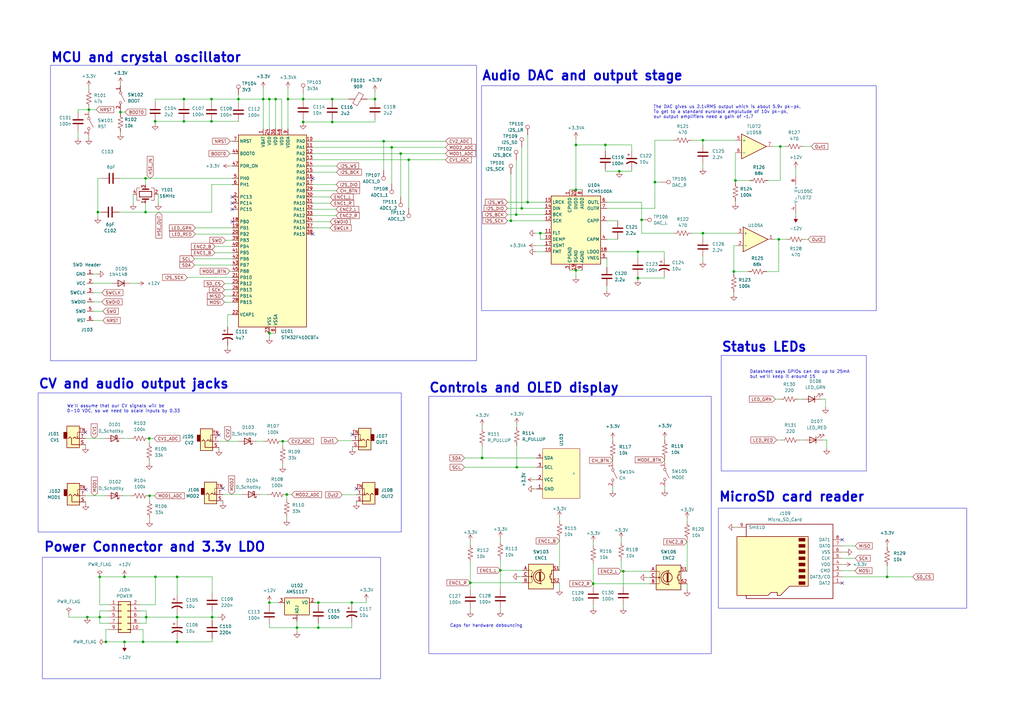
<source format=kicad_sch>
(kicad_sch (version 20230121) (generator eeschema)
  (paper "A3")
  (junction (at 167.64 65.532))
  (junction (at 268.605 74.676))
  (junction (at 43.434 263.271))
  (junction (at 40.894 253.111))
  (junction (at 255.651 234.315))
  (junction (at 254 70.231))
  (junction (at 110.49 136.652))
  (junction (at 121.793 257.429))
  (junction (at 51.054 263.271))
  (junction (at 248.285 59.436))
  (junction (at 61.341 203.327))
  (junction (at 164.338 62.992))
  (junction (at 130.556 257.429))
  (junction (at 192.913 239.014))
  (junction (at 72.644 236.601))
  (junction (at 197.739 187.833))
  (junction (at 130.556 247.142))
  (junction (at 319.405 98.171))
  (junction (at 86.741 49.784))
  (junction (at 61.214 179.832))
  (junction (at 40.894 236.601))
  (junction (at 288.29 95.631))
  (junction (at 261.62 103.251))
  (junction (at 113.03 40.64))
  (junction (at 86.995 253.111))
  (junction (at 49.403 45.974))
  (junction (at 301.625 74.041))
  (junction (at 110.49 247.142))
  (junction (at 211.963 191.643))
  (junction (at 124.333 50.038))
  (junction (at 58.674 263.271))
  (junction (at 59.69 86.995))
  (junction (at 72.644 263.271))
  (junction (at 136.271 50.038))
  (junction (at 35.814 253.111))
  (junction (at 59.69 73.152))
  (junction (at 124.333 40.64))
  (junction (at 209.55 90.551))
  (junction (at 63.627 49.784))
  (junction (at 107.95 40.64))
  (junction (at 213.995 85.471))
  (junction (at 243.332 239.395))
  (junction (at 36.449 44.958))
  (junction (at 221.615 95.631))
  (junction (at 63.754 236.601))
  (junction (at 115.951 180.975))
  (junction (at 205.232 233.934))
  (junction (at 136.271 40.64))
  (junction (at 363.855 236.601))
  (junction (at 261.62 114.046))
  (junction (at 300.99 111.379))
  (junction (at 97.79 40.64))
  (junction (at 211.709 88.011))
  (junction (at 118.11 40.64))
  (junction (at 117.602 202.819))
  (junction (at 320.04 60.071))
  (junction (at 40.132 86.995))
  (junction (at 153.797 40.64))
  (junction (at 86.741 40.64))
  (junction (at 144.272 247.142))
  (junction (at 160.655 60.452))
  (junction (at 157.353 57.912))
  (junction (at 236.22 110.871))
  (junction (at 216.408 82.931))
  (junction (at 75.438 40.64))
  (junction (at 51.054 236.601))
  (junction (at 110.49 40.64))
  (junction (at 75.438 49.784))
  (junction (at 236.22 59.436))
  (junction (at 236.22 77.851))
  (junction (at 288.29 57.531))
  (junction (at 263.144 90.17))
  (junction (at 72.644 253.111))
  (junction (at 59.944 253.111))
  (no_connect (at 91.44 200.279))
  (no_connect (at 95.25 80.772))
  (no_connect (at 95.25 83.312))
  (no_connect (at 95.25 85.852))
  (no_connect (at 146.177 200.406))
  (no_connect (at 128.27 73.152))
  (no_connect (at 345.44 239.141))
  (no_connect (at 35.052 177.292))
  (no_connect (at 345.44 221.361))
  (no_connect (at 128.27 96.012))
  (no_connect (at 95.25 90.932))
  (no_connect (at 89.789 178.435))
  (no_connect (at 144.526 178.181))
  (no_connect (at 35.179 200.787))
  (wire (pts (xy 36.449 44.958) (xy 39.497 44.958)))
  (wire (pts (xy 160.655 60.452) (xy 160.655 75.438)))
  (wire (pts (xy 255.651 248.158) (xy 255.651 249.174)))
  (wire (pts (xy 86.995 253.111) (xy 86.995 254.381)))
  (wire (pts (xy 49.403 45.974) (xy 49.403 46.482)))
  (wire (pts (xy 36.449 44.196) (xy 36.449 44.958)))
  (wire (pts (xy 229.489 239.014) (xy 229.489 241.554)))
  (wire (pts (xy 317.5 98.171) (xy 319.405 98.171)))
  (wire (pts (xy 205.232 249.428) (xy 205.232 250.444)))
  (wire (pts (xy 301.625 62.611) (xy 301.625 74.041)))
  (wire (pts (xy 130.556 257.429) (xy 130.556 255.651)))
  (wire (pts (xy 35.052 182.372) (xy 35.052 183.134)))
  (wire (pts (xy 92.456 98.552) (xy 95.25 98.552)))
  (wire (pts (xy 59.944 255.651) (xy 57.404 255.651)))
  (wire (pts (xy 130.556 247.142) (xy 144.272 247.142)))
  (wire (pts (xy 192.913 239.014) (xy 214.249 239.014)))
  (wire (pts (xy 36.449 55.753) (xy 36.449 56.642)))
  (wire (pts (xy 124.333 38.354) (xy 124.333 40.64)))
  (wire (pts (xy 63.754 248.031) (xy 63.754 236.601)))
  (wire (pts (xy 118.11 36.195) (xy 118.11 40.64)))
  (wire (pts (xy 243.332 239.395) (xy 243.332 240.665)))
  (wire (pts (xy 236.22 56.896) (xy 236.22 59.436)))
  (wire (pts (xy 51.054 236.601) (xy 63.754 236.601)))
  (wire (pts (xy 301.625 74.041) (xy 301.625 74.93)))
  (wire (pts (xy 107.95 40.64) (xy 107.95 52.832)))
  (wire (pts (xy 128.27 88.392) (xy 137.795 88.392)))
  (wire (pts (xy 345.44 228.981) (xy 350.774 228.981)))
  (wire (pts (xy 110.49 40.64) (xy 107.95 40.64)))
  (wire (pts (xy 80.137 93.472) (xy 95.25 93.472)))
  (wire (pts (xy 326.39 87.376) (xy 326.39 88.646)))
  (wire (pts (xy 63.627 41.91) (xy 63.627 40.64)))
  (wire (pts (xy 32.004 46.101) (xy 32.004 44.958)))
  (wire (pts (xy 61.214 179.832) (xy 61.214 181.61)))
  (wire (pts (xy 86.741 49.784) (xy 86.741 49.657)))
  (wire (pts (xy 261.62 114.046) (xy 261.62 114.681)))
  (wire (pts (xy 211.709 88.011) (xy 223.52 88.011)))
  (wire (pts (xy 288.29 95.631) (xy 288.29 97.536)))
  (wire (pts (xy 124.333 50.038) (xy 124.333 50.419)))
  (wire (pts (xy 40.132 86.995) (xy 41.402 86.995)))
  (wire (pts (xy 167.64 65.532) (xy 167.64 85.217)))
  (wire (pts (xy 118.11 40.64) (xy 124.333 40.64)))
  (wire (pts (xy 300.99 111.379) (xy 300.99 112.268)))
  (wire (pts (xy 263.144 95.631) (xy 263.144 90.17)))
  (wire (pts (xy 88.138 101.092) (xy 95.25 101.092)))
  (wire (pts (xy 302.26 100.711) (xy 300.99 100.711)))
  (wire (pts (xy 128.27 57.912) (xy 157.353 57.912)))
  (wire (pts (xy 128.27 68.072) (xy 138.049 68.072)))
  (wire (pts (xy 36.449 44.958) (xy 36.449 45.593)))
  (wire (pts (xy 197.739 187.833) (xy 220.091 187.833)))
  (wire (pts (xy 150.622 40.64) (xy 153.797 40.64)))
  (wire (pts (xy 236.22 59.436) (xy 236.22 77.851)))
  (wire (pts (xy 319.405 98.171) (xy 319.405 111.379)))
  (wire (pts (xy 95.25 129.032) (xy 93.345 129.032)))
  (wire (pts (xy 136.271 40.64) (xy 143.002 40.64)))
  (wire (pts (xy 57.404 250.571) (xy 59.944 250.571)))
  (wire (pts (xy 146.177 202.946) (xy 140.335 202.946)))
  (wire (pts (xy 40.894 248.031) (xy 40.894 236.601)))
  (wire (pts (xy 259.08 70.231) (xy 254 70.231)))
  (wire (pts (xy 80.137 96.012) (xy 95.25 96.012)))
  (wire (pts (xy 259.08 69.596) (xy 259.08 70.231)))
  (wire (pts (xy 110.49 136.652) (xy 110.49 138.43)))
  (wire (pts (xy 263.144 82.931) (xy 248.92 82.931)))
  (wire (pts (xy 326.39 68.961) (xy 326.39 72.136)))
  (wire (pts (xy 205.232 233.934) (xy 205.232 241.808)))
  (wire (pts (xy 61.341 203.327) (xy 63.373 203.327)))
  (wire (pts (xy 75.438 40.64) (xy 75.438 41.91)))
  (wire (pts (xy 327.533 163.703) (xy 329.057 163.703)))
  (wire (pts (xy 164.338 62.992) (xy 164.338 80.772)))
  (wire (pts (xy 243.332 239.395) (xy 243.332 231.14)))
  (wire (pts (xy 40.894 236.601) (xy 51.054 236.601)))
  (wire (pts (xy 40.132 73.152) (xy 41.783 73.152)))
  (wire (pts (xy 97.79 40.64) (xy 107.95 40.64)))
  (wire (pts (xy 314.452 111.379) (xy 319.405 111.379)))
  (wire (pts (xy 268.605 57.531) (xy 268.605 74.676)))
  (wire (pts (xy 40.132 89.027) (xy 40.132 86.995)))
  (wire (pts (xy 118.11 52.832) (xy 118.11 40.64)))
  (wire (pts (xy 115.57 52.832) (xy 115.57 40.64)))
  (wire (pts (xy 153.797 48.895) (xy 153.797 50.038)))
  (wire (pts (xy 117.602 202.819) (xy 119.634 202.819)))
  (wire (pts (xy 221.615 95.631) (xy 223.52 95.631)))
  (wire (pts (xy 76.835 113.792) (xy 95.25 113.792)))
  (wire (pts (xy 115.951 180.975) (xy 115.951 182.753)))
  (wire (pts (xy 330.2 98.171) (xy 331.47 98.171)))
  (wire (pts (xy 79.756 108.712) (xy 95.25 108.712)))
  (wire (pts (xy 110.49 40.64) (xy 110.49 52.832)))
  (wire (pts (xy 28.194 253.111) (xy 35.814 253.111)))
  (wire (pts (xy 51.054 264.541) (xy 51.054 263.271)))
  (wire (pts (xy 243.332 248.285) (xy 243.332 249.301)))
  (wire (pts (xy 288.29 95.631) (xy 302.26 95.631)))
  (wire (pts (xy 97.79 42.164) (xy 97.79 40.64)))
  (wire (pts (xy 236.22 110.871) (xy 236.22 113.411)))
  (wire (pts (xy 209.55 71.374) (xy 209.55 90.551)))
  (wire (pts (xy 57.404 248.031) (xy 63.754 248.031)))
  (wire (pts (xy 219.71 103.251) (xy 223.52 103.251)))
  (wire (pts (xy 121.793 257.429) (xy 130.556 257.429)))
  (wire (pts (xy 150.241 247.142) (xy 150.241 246.253)))
  (wire (pts (xy 63.627 40.64) (xy 75.438 40.64)))
  (wire (pts (xy 190.5 187.833) (xy 197.739 187.833)))
  (wire (pts (xy 32.004 44.958) (xy 36.449 44.958)))
  (wire (pts (xy 110.49 247.142) (xy 110.49 247.015)))
  (wire (pts (xy 49.403 45.974) (xy 51.308 45.974)))
  (wire (pts (xy 128.27 85.852) (xy 137.795 85.852)))
  (wire (pts (xy 44.704 250.571) (xy 40.894 250.571)))
  (wire (pts (xy 251.333 180.086) (xy 251.333 180.721)))
  (wire (pts (xy 130.556 247.142) (xy 130.556 248.031)))
  (wire (pts (xy 243.332 239.395) (xy 266.573 239.395)))
  (wire (pts (xy 339.09 180.467) (xy 339.09 183.769)))
  (wire (pts (xy 223.52 98.171) (xy 221.615 98.171)))
  (wire (pts (xy 86.741 40.64) (xy 86.741 42.037)))
  (wire (pts (xy 59.69 73.152) (xy 95.25 73.152)))
  (wire (pts (xy 114.173 247.142) (xy 110.49 247.142)))
  (wire (pts (xy 214.249 233.934) (xy 205.232 233.934)))
  (wire (pts (xy 49.403 73.152) (xy 59.69 73.152)))
  (wire (pts (xy 281.813 221.488) (xy 281.813 234.315)))
  (wire (pts (xy 124.333 48.895) (xy 124.333 50.038)))
  (wire (pts (xy 251.333 199.898) (xy 251.333 201.168)))
  (wire (pts (xy 110.49 247.142) (xy 110.49 248.412)))
  (wire (pts (xy 345.44 236.601) (xy 363.855 236.601)))
  (wire (pts (xy 86.995 250.825) (xy 86.995 253.111)))
  (wire (pts (xy 153.797 37.592) (xy 153.797 40.64)))
  (wire (pts (xy 137.922 75.692) (xy 128.27 75.692)))
  (wire (pts (xy 128.27 70.612) (xy 138.049 70.612)))
  (wire (pts (xy 92.075 121.412) (xy 95.25 121.412)))
  (wire (pts (xy 86.741 49.784) (xy 75.438 49.784)))
  (wire (pts (xy 213.995 60.452) (xy 213.995 85.471)))
  (wire (pts (xy 216.408 82.931) (xy 223.52 82.931)))
  (wire (pts (xy 61.214 189.23) (xy 61.214 189.992)))
  (wire (pts (xy 40.894 255.651) (xy 40.894 253.111)))
  (wire (pts (xy 272.669 179.832) (xy 272.669 180.467)))
  (wire (pts (xy 59.944 253.111) (xy 59.944 255.651)))
  (wire (pts (xy 300.99 111.379) (xy 306.832 111.379)))
  (wire (pts (xy 64.897 83.439) (xy 64.897 79.629)))
  (wire (pts (xy 254.762 234.315) (xy 255.651 234.315)))
  (wire (pts (xy 28.194 253.111) (xy 28.194 251.841)))
  (wire (pts (xy 268.605 74.676) (xy 270.891 74.676)))
  (wire (pts (xy 283.845 95.631) (xy 288.29 95.631)))
  (wire (pts (xy 86.995 262.001) (xy 86.995 263.271)))
  (wire (pts (xy 91.44 202.819) (xy 99.314 202.819)))
  (wire (pts (xy 320.04 74.041) (xy 320.04 60.071)))
  (wire (pts (xy 63.754 236.601) (xy 72.644 236.601)))
  (wire (pts (xy 121.793 257.429) (xy 121.793 258.953)))
  (wire (pts (xy 261.62 103.251) (xy 272.415 103.251)))
  (wire (pts (xy 89.789 180.975) (xy 97.663 180.975)))
  (wire (pts (xy 115.951 180.975) (xy 117.983 180.975)))
  (wire (pts (xy 113.03 40.64) (xy 110.49 40.64)))
  (wire (pts (xy 43.434 258.191) (xy 44.704 258.191)))
  (wire (pts (xy 272.415 103.251) (xy 272.415 105.791)))
  (wire (pts (xy 53.467 116.205) (xy 56.388 116.205)))
  (wire (pts (xy 35.814 253.111) (xy 40.894 253.111)))
  (wire (pts (xy 51.054 263.271) (xy 43.434 263.271)))
  (wire (pts (xy 255.651 234.315) (xy 266.573 234.315)))
  (wire (pts (xy 61.087 179.832) (xy 61.214 179.832)))
  (wire (pts (xy 315.087 74.041) (xy 320.04 74.041)))
  (wire (pts (xy 144.272 257.429) (xy 130.556 257.429)))
  (wire (pts (xy 211.963 182.753) (xy 211.963 191.643)))
  (wire (pts (xy 49.403 34.417) (xy 49.403 35.052)))
  (wire (pts (xy 263.144 95.631) (xy 276.225 95.631)))
  (wire (pts (xy 128.27 93.472) (xy 135.382 93.472)))
  (wire (pts (xy 319.405 98.171) (xy 322.58 98.171)))
  (wire (pts (xy 128.27 65.532) (xy 167.64 65.532)))
  (wire (pts (xy 50.546 179.832) (xy 53.467 179.832)))
  (wire (pts (xy 248.92 85.471) (xy 268.605 85.471)))
  (wire (pts (xy 61.214 203.327) (xy 61.341 203.327)))
  (wire (pts (xy 248.92 105.791) (xy 248.92 109.601)))
  (wire (pts (xy 219.71 100.711) (xy 223.52 100.711)))
  (wire (pts (xy 272.669 188.087) (xy 272.669 189.484)))
  (wire (pts (xy 44.704 248.031) (xy 40.894 248.031)))
  (wire (pts (xy 248.92 103.251) (xy 261.62 103.251)))
  (wire (pts (xy 115.951 190.373) (xy 115.951 191.135)))
  (wire (pts (xy 93.345 141.732) (xy 93.345 142.367)))
  (wire (pts (xy 97.79 38.862) (xy 97.79 40.64)))
  (wire (pts (xy 58.674 263.271) (xy 51.054 263.271)))
  (wire (pts (xy 208.153 90.551) (xy 209.55 90.551)))
  (wire (pts (xy 94.234 68.072) (xy 95.25 68.072)))
  (wire (pts (xy 146.177 205.486) (xy 146.177 206.248)))
  (wire (pts (xy 72.644 236.601) (xy 72.644 244.221)))
  (wire (pts (xy 61.341 212.725) (xy 61.341 213.487)))
  (wire (pts (xy 117.602 212.217) (xy 117.602 212.979)))
  (wire (pts (xy 86.868 75.692) (xy 95.25 75.692)))
  (wire (pts (xy 221.615 98.171) (xy 221.615 95.631)))
  (wire (pts (xy 336.677 163.703) (xy 338.582 163.703)))
  (wire (pts (xy 72.644 253.111) (xy 86.995 253.111)))
  (wire (pts (xy 208.153 88.011) (xy 211.709 88.011)))
  (wire (pts (xy 220.091 196.723) (xy 219.202 196.723)))
  (wire (pts (xy 93.345 129.032) (xy 93.345 134.112)))
  (wire (pts (xy 72.644 251.841) (xy 72.644 253.111)))
  (wire (pts (xy 75.438 49.784) (xy 75.438 49.53)))
  (wire (pts (xy 281.813 239.395) (xy 281.813 241.935)))
  (wire (pts (xy 86.741 40.64) (xy 97.79 40.64)))
  (wire (pts (xy 40.132 86.995) (xy 40.132 73.152)))
  (wire (pts (xy 35.052 179.832) (xy 42.926 179.832)))
  (wire (pts (xy 192.913 221.869) (xy 192.913 223.139)))
  (wire (pts (xy 59.69 83.439) (xy 59.69 86.995)))
  (wire (pts (xy 259.08 59.436) (xy 259.08 61.976)))
  (wire (pts (xy 44.704 255.651) (xy 40.894 255.651)))
  (wire (pts (xy 124.333 40.64) (xy 136.271 40.64)))
  (wire (pts (xy 38.227 116.205) (xy 45.847 116.205)))
  (wire (pts (xy 329.565 60.071) (xy 332.74 60.071)))
  (wire (pts (xy 160.655 60.452) (xy 182.753 60.452)))
  (wire (pts (xy 211.709 65.659) (xy 211.709 88.011)))
  (wire (pts (xy 272.415 113.411) (xy 272.415 114.046)))
  (wire (pts (xy 229.489 212.217) (xy 229.489 213.487)))
  (wire (pts (xy 345.44 231.521) (xy 346.202 231.521)))
  (wire (pts (xy 32.004 53.721) (xy 32.004 56.642)))
  (wire (pts (xy 288.29 57.531) (xy 288.29 59.436)))
  (wire (pts (xy 318.516 180.467) (xy 320.421 180.467)))
  (wire (pts (xy 107.95 36.195) (xy 107.95 40.64)))
  (wire (pts (xy 251.333 188.341) (xy 251.333 189.738)))
  (wire (pts (xy 86.995 253.111) (xy 89.789 253.111)))
  (wire (pts (xy 220.091 200.533) (xy 219.202 200.533)))
  (wire (pts (xy 272.415 114.046) (xy 261.62 114.046)))
  (wire (pts (xy 57.404 253.111) (xy 59.944 253.111)))
  (wire (pts (xy 212.979 236.474) (xy 214.249 236.474)))
  (wire (pts (xy 49.022 86.995) (xy 59.69 86.995)))
  (wire (pts (xy 301.625 74.041) (xy 307.467 74.041)))
  (wire (pts (xy 265.303 236.855) (xy 266.573 236.855)))
  (wire (pts (xy 94.234 62.992) (xy 95.25 62.992)))
  (wire (pts (xy 205.232 220.599) (xy 205.232 221.869)))
  (wire (pts (xy 94.361 57.912) (xy 95.25 57.912)))
  (wire (pts (xy 49.403 45.212) (xy 49.403 45.974)))
  (wire (pts (xy 272.669 199.644) (xy 272.669 200.914)))
  (wire (pts (xy 59.69 86.995) (xy 86.868 86.995)))
  (wire (pts (xy 128.27 80.772) (xy 135.509 80.772)))
  (wire (pts (xy 43.434 263.271) (xy 43.434 258.191)))
  (wire (pts (xy 345.44 226.441) (xy 346.837 226.441)))
  (wire (pts (xy 128.27 83.312) (xy 135.509 83.312)))
  (wire (pts (xy 233.68 110.871) (xy 236.22 110.871)))
  (wire (pts (xy 72.644 253.111) (xy 72.644 254.381)))
  (wire (pts (xy 288.29 105.156) (xy 288.29 107.061)))
  (wire (pts (xy 57.404 258.191) (xy 58.674 258.191)))
  (wire (pts (xy 124.333 40.64) (xy 124.333 41.275)))
  (wire (pts (xy 136.271 50.038) (xy 153.797 50.038)))
  (wire (pts (xy 128.27 90.932) (xy 135.382 90.932)))
  (wire (pts (xy 192.913 249.555) (xy 192.913 250.571)))
  (wire (pts (xy 72.644 263.271) (xy 58.674 263.271)))
  (wire (pts (xy 205.232 229.489) (xy 205.232 233.934)))
  (wire (pts (xy 91.44 205.359) (xy 91.44 206.121)))
  (wire (pts (xy 164.338 62.992) (xy 182.753 62.992)))
  (wire (pts (xy 40.894 250.571) (xy 40.894 253.111)))
  (wire (pts (xy 129.413 247.142) (xy 130.556 247.142)))
  (wire (pts (xy 58.674 258.191) (xy 58.674 263.271)))
  (wire (pts (xy 38.227 123.825) (xy 41.783 123.825)))
  (wire (pts (xy 72.644 236.601) (xy 86.995 236.601)))
  (wire (pts (xy 363.855 236.601) (xy 374.396 236.601)))
  (wire (pts (xy 243.332 222.25) (xy 243.332 223.52)))
  (wire (pts (xy 49.403 54.102) (xy 49.403 54.737)))
  (wire (pts (xy 288.29 67.056) (xy 288.29 68.961)))
  (wire (pts (xy 94.234 111.252) (xy 95.25 111.252)))
  (wire (pts (xy 110.49 257.429) (xy 121.793 257.429)))
  (wire (pts (xy 338.582 163.703) (xy 338.582 167.005)))
  (wire (pts (xy 124.333 50.038) (xy 136.271 50.038)))
  (wire (pts (xy 153.797 40.64) (xy 153.797 41.275)))
  (wire (pts (xy 89.789 183.515) (xy 89.789 184.277)))
  (wire (pts (xy 254.762 220.98) (xy 254.762 222.25)))
  (wire (pts (xy 136.271 49.022) (xy 136.271 50.038)))
  (wire (pts (xy 54.61 79.629) (xy 54.61 83.439)))
  (wire (pts (xy 117.475 202.819) (xy 117.602 202.819)))
  (wire (pts (xy 261.62 113.411) (xy 261.62 114.046)))
  (wire (pts (xy 110.49 136.652) (xy 113.03 136.652)))
  (wire (pts (xy 197.739 174.625) (xy 197.739 175.514)))
  (wire (pts (xy 86.868 86.995) (xy 86.868 75.692)))
  (wire (pts (xy 59.944 250.571) (xy 59.944 253.111)))
  (wire (pts (xy 236.22 59.436) (xy 248.285 59.436)))
  (wire (pts (xy 38.227 120.015) (xy 41.783 120.015)))
  (wire (pts (xy 268.605 57.531) (xy 276.225 57.531)))
  (wire (pts (xy 59.944 253.111) (xy 72.644 253.111)))
  (wire (pts (xy 328.041 180.467) (xy 329.565 180.467)))
  (wire (pts (xy 64.897 79.629) (xy 64.77 79.629)))
  (wire (pts (xy 263.144 90.17) (xy 263.144 82.931)))
  (wire (pts (xy 281.813 212.598) (xy 281.813 213.868)))
  (wire (pts (xy 345.44 234.061) (xy 350.647 234.061)))
  (wire (pts (xy 117.602 202.819) (xy 117.602 204.597)))
  (wire (pts (xy 136.271 40.64) (xy 136.271 41.402)))
  (wire (pts (xy 59.69 73.152) (xy 59.69 75.819)))
  (wire (pts (xy 92.075 123.952) (xy 95.25 123.952)))
  (wire (pts (xy 35.179 203.327) (xy 43.053 203.327)))
  (wire (pts (xy 363.855 223.774) (xy 363.855 224.409)))
  (wire (pts (xy 86.741 49.784) (xy 97.79 49.784)))
  (wire (pts (xy 268.605 74.676) (xy 268.605 85.471)))
  (wire (pts (xy 211.963 174.117) (xy 211.963 175.133)))
  (wire (pts (xy 128.27 60.452) (xy 160.655 60.452)))
  (wire (pts (xy 86.995 263.271) (xy 72.644 263.271)))
  (wire (pts (xy 110.49 256.032) (xy 110.49 257.429)))
  (wire (pts (xy 40.894 253.111) (xy 44.704 253.111)))
  (wire (pts (xy 50.673 203.327) (xy 53.594 203.327)))
  (wire (pts (xy 320.04 60.071) (xy 321.945 60.071)))
  (wire (pts (xy 128.27 62.992) (xy 164.338 62.992)))
  (wire (pts (xy 283.845 57.531) (xy 288.29 57.531)))
  (wire (pts (xy 254 70.231) (xy 248.285 70.231)))
  (wire (pts (xy 75.438 40.64) (xy 86.741 40.64)))
  (wire (pts (xy 63.627 49.784) (xy 75.438 49.784)))
  (wire (pts (xy 157.353 57.912) (xy 182.753 57.912)))
  (wire (pts (xy 248.285 59.436) (xy 259.08 59.436)))
  (wire (pts (xy 301.625 82.55) (xy 301.625 83.312)))
  (wire (pts (xy 197.739 183.134) (xy 197.739 187.833)))
  (wire (pts (xy 61.214 179.832) (xy 63.246 179.832)))
  (wire (pts (xy 248.92 90.551) (xy 253.365 90.551)))
  (wire (pts (xy 318.008 163.703) (xy 319.913 163.703)))
  (wire (pts (xy 219.71 95.631) (xy 221.615 95.631)))
  (wire (pts (xy 255.651 234.315) (xy 255.651 240.538)))
  (wire (pts (xy 115.824 180.975) (xy 115.951 180.975)))
  (wire (pts (xy 209.55 90.551) (xy 223.52 90.551)))
  (wire (pts (xy 300.99 119.888) (xy 300.99 120.65)))
  (wire (pts (xy 115.57 40.64) (xy 113.03 40.64)))
  (wire (pts (xy 190.5 191.643) (xy 211.963 191.643)))
  (wire (pts (xy 106.934 202.819) (xy 109.855 202.819)))
  (wire (pts (xy 144.526 183.261) (xy 144.526 184.023)))
  (wire (pts (xy 363.855 232.029) (xy 363.855 236.601)))
  (wire (pts (xy 36.449 35.687) (xy 36.449 36.576)))
  (wire (pts (xy 144.272 255.524) (xy 144.272 257.429)))
  (wire (pts (xy 208.153 82.931) (xy 216.408 82.931)))
  (wire (pts (xy 248.92 117.221) (xy 248.92 119.126)))
  (wire (pts (xy 236.22 77.851) (xy 238.76 77.851)))
  (wire (pts (xy 92.075 118.872) (xy 95.25 118.872)))
  (wire (pts (xy 288.29 57.531) (xy 301.625 57.531)))
  (wire (pts (xy 248.285 59.436) (xy 248.285 61.976)))
  (wire (pts (xy 337.185 180.467) (xy 339.09 180.467)))
  (wire (pts (xy 86.995 236.601) (xy 86.995 243.205)))
  (wire (pts (xy 72.644 262.001) (xy 72.644 263.271)))
  (wire (pts (xy 121.793 254.762) (xy 121.793 257.429)))
  (wire (pts (xy 35.179 205.867) (xy 35.179 206.629)))
  (wire (pts (xy 79.756 106.172) (xy 95.25 106.172)))
  (wire (pts (xy 261.62 103.251) (xy 261.62 105.791)))
  (wire (pts (xy 301.371 216.281) (xy 302.26 216.281)))
  (wire (pts (xy 192.913 239.014) (xy 192.913 230.759)))
  (wire (pts (xy 38.227 112.395) (xy 39.878 112.395)))
  (wire (pts (xy 167.64 65.532) (xy 182.753 65.532)))
  (wire (pts (xy 63.627 49.784) (xy 63.627 50.673)))
  (wire (pts (xy 229.489 221.107) (xy 229.489 233.934)))
  (wire (pts (xy 233.68 77.851) (xy 236.22 77.851)))
  (wire (pts (xy 61.341 203.327) (xy 61.341 205.105)))
  (wire (pts (xy 63.627 49.53) (xy 63.627 49.784)))
  (wire (pts (xy 236.22 110.871) (xy 238.76 110.871)))
  (wire (pts (xy 300.99 100.711) (xy 300.99 111.379)))
  (wire (pts (xy 254.762 229.87) (xy 254.762 234.315)))
  (wire (pts (xy 248.92 98.171) (xy 253.365 98.171)))
  (wire (pts (xy 92.075 116.332) (xy 95.25 116.332)))
  (wire (pts (xy 144.272 247.142) (xy 150.241 247.142)))
  (wire (pts (xy 38.227 131.445) (xy 42.164 131.445)))
  (wire (pts (xy 144.272 247.142) (xy 144.272 247.904)))
  (wire (pts (xy 208.153 85.471) (xy 213.995 85.471)))
  (wire (pts (xy 248.285 69.596) (xy 248.285 70.231)))
  (wire (pts (xy 216.408 55.372) (xy 216.408 82.931)))
  (wire (pts (xy 157.353 57.912) (xy 157.353 69.85)))
  (wire (pts (xy 38.227 127.635) (xy 42.164 127.635)))
  (wire (pts (xy 105.283 180.975) (xy 108.204 180.975)))
  (wire (pts (xy 113.03 40.64) (xy 113.03 52.832)))
  (wire (pts (xy 128.27 78.232) (xy 137.922 78.232)))
  (wire (pts (xy 192.913 239.014) (xy 192.913 241.935)))
  (wire (pts (xy 320.04 60.071) (xy 316.865 60.071)))
  (wire (pts (xy 211.963 191.643) (xy 220.091 191.643)))
  (wire (pts (xy 213.995 85.471) (xy 223.52 85.471)))
  (wire (pts (xy 88.138 103.632) (xy 95.25 103.632)))
  (wire (pts (xy 345.44 223.901) (xy 350.774 223.901)))
  (wire (pts (xy 144.526 180.721) (xy 138.684 180.721)))
  (rectangle (start 294.64 208.407) (end 396.494 249.428))
  (rectangle (start 175.895 162.56) (end 291.719 268.097))
  (rectangle (start 197.485 35.179) (end 359.41 127.381))
  (rectangle (start 20.701 26.797) (end 195.453 147.955))
  (rectangle (start 15.621 161.163) (end 164.592 218.186))
  (rectangle (start 295.783 145.796) (end 355.346 193.167))
  (rectangle (start 17.399 228.6) (end 156.083 278.384))
  (text "We'll assume that our CV signals will be \n0-10 VDC, so we need to scale inputs by 0.33" (at 27.432 169.418 0) (effects (font (size 1.27 1.27)) (justify left bottom)))
  (text "Power Connector and 3.3v LDO" (at 17.78 226.695 0) (effects (font (size 3.81 3.81) (thickness 0.762) bold) (justify left bottom)))
  (text "MCU and crystal oscillator" (at 20.701 25.908 0) (effects (font (size 3.81 3.81) (thickness 0.762) bold) (justify left bottom)))
  (text "Datasheet says GPIOs can do up to 25mA\nbut we'll keep it around 15" (at 307.467 155.321 0) (effects (font (size 1.27 1.27)) (justify left bottom)))
  (text "Status LEDs" (at 295.783 144.653 0) (effects (font (size 3.81 3.81) (thickness 0.762) bold) (justify left bottom)))
  (text "CV and audio output jacks" (at 15.621 159.766 0) (effects (font (size 3.81 3.81) (thickness 0.762) bold) (justify left bottom)))
  (text "Controls and OLED display" (at 175.768 161.417 0) (effects (font (size 3.81 3.81) (thickness 0.762) bold) (justify left bottom)))
  (text "Caps for hardware debouncing" (at 184.531 257.429 0) (effects (font (size 1.27 1.27)) (justify left bottom)))
  (text "MicroSD card reader" (at 294.64 206.121 0) (effects (font (size 3.81 3.81) (thickness 0.762) bold) (justify left bottom)))
  (text "The DAC gives us 2.1vRMS output which is about 5.9v pk-pk.\nTo get to a standard eurorack amplutude of 10v pk-pk,\nour output amplifiers need a gain of ~1.7" (at 267.97 48.768 0) (effects (font (size 1.27 1.27)) (justify left bottom)))
  (text "Audio DAC and output stage" (at 197.485 33.401 0) (effects (font (size 3.81 3.81) (thickness 0.762) bold) (justify left bottom)))
  (global_label "MOD1_ADC" (shape input) (at 63.373 203.327 0) (property "Intersheetrefs" "${INTERSHEET_REFS}" (effects hide)))
  (global_label "ENC2_B" (shape input) (at 88.138 101.092 180) (property "Intersheetrefs" "${INTERSHEET_REFS}" (effects hide)))
  (global_label "HSE_OUT" (shape input) (at 65.151 86.995 270) (property "Intersheetrefs" "${INTERSHEET_REFS}" (effects hide)))
  (global_label "MODE_BTN" (shape input) (at 272.669 188.595 180) (property "Intersheetrefs" "${INTERSHEET_REFS}" (effects hide)))
  (global_label "SCK" (shape input) (at 350.774 228.981 0) (property "Intersheetrefs" "${INTERSHEET_REFS}" (effects hide)))
  (global_label "SWCLK" (shape input) (at 41.783 120.015 0) (property "Intersheetrefs" "${INTERSHEET_REFS}" (effects hide)))
  (global_label "MOD1_ADC" (shape input) (at 182.753 62.992 0) (property "Intersheetrefs" "${INTERSHEET_REFS}" (effects hide)))
  (global_label "CV2_ADC" (shape input) (at 117.983 180.975 0) (property "Intersheetrefs" "${INTERSHEET_REFS}" (effects hide)))
  (global_label "SD_CS" (shape input) (at 374.396 236.601 0) (property "Intersheetrefs" "${INTERSHEET_REFS}" (effects hide)))
  (global_label "ENC2_R" (shape input) (at 243.332 239.395 180) (property "Intersheetrefs" "${INTERSHEET_REFS}" (effects hide)))
  (global_label "Out2" (shape input) (at 331.47 98.171 0) (property "Intersheetrefs" "${INTERSHEET_REFS}" (effects hide)))
  (global_label "MOD2_ADC" (shape input) (at 182.753 60.452 0) (property "Intersheetrefs" "${INTERSHEET_REFS}" (effects hide)))
  (global_label "I2S_DIO" (shape input) (at 208.153 85.471 180) (property "Intersheetrefs" "${INTERSHEET_REFS}" (effects hide)))
  (global_label "ENC1_B" (shape input) (at 229.489 221.869 180) (property "Intersheetrefs" "${INTERSHEET_REFS}" (effects hide)))
  (global_label "NRST" (shape input) (at 39.497 44.958 0) (property "Intersheetrefs" "${INTERSHEET_REFS}" (effects hide)))
  (global_label "MOD2" (shape input) (at 94.996 202.819 90) (property "Intersheetrefs" "${INTERSHEET_REFS}" (effects hide)))
  (global_label "NRST" (shape input) (at 94.361 57.912 180) (property "Intersheetrefs" "${INTERSHEET_REFS}" (effects hide)))
  (global_label "SWO" (shape input) (at 92.456 98.552 180) (property "Intersheetrefs" "${INTERSHEET_REFS}" (effects hide)))
  (global_label "ENC2_R" (shape input) (at 137.795 88.392 0) (property "Intersheetrefs" "${INTERSHEET_REFS}" (effects hide)))
  (global_label "SCL" (shape input) (at 79.756 106.172 180) (property "Intersheetrefs" "${INTERSHEET_REFS}" (effects hide)))
  (global_label "I2S_DIO" (shape input) (at 137.922 75.692 0) (property "Intersheetrefs" "${INTERSHEET_REFS}" (effects hide)))
  (global_label "CV2" (shape input) (at 93.345 180.975 90) (property "Intersheetrefs" "${INTERSHEET_REFS}" (effects hide)))
  (global_label "Out2" (shape input) (at 140.335 202.946 180) (property "Intersheetrefs" "${INTERSHEET_REFS}" (effects hide)))
  (global_label "MISO" (shape input) (at 350.774 223.901 0) (property "Intersheetrefs" "${INTERSHEET_REFS}" (effects hide)))
  (global_label "SWDIO" (shape input) (at 41.783 123.825 0) (property "Intersheetrefs" "${INTERSHEET_REFS}" (effects hide)))
  (global_label "ENC2_L" (shape input) (at 137.795 85.852 0) (property "Intersheetrefs" "${INTERSHEET_REFS}" (effects hide)))
  (global_label "ENC2_L" (shape input) (at 254.762 234.315 180) (property "Intersheetrefs" "${INTERSHEET_REFS}" (effects hide)))
  (global_label "SWDIO" (shape input) (at 135.382 90.932 0) (property "Intersheetrefs" "${INTERSHEET_REFS}" (effects hide)))
  (global_label "BOOT0" (shape input) (at 94.234 62.992 180) (property "Intersheetrefs" "${INTERSHEET_REFS}" (effects hide)))
  (global_label "CV1_ADC" (shape input) (at 182.753 65.532 0) (property "Intersheetrefs" "${INTERSHEET_REFS}" (effects hide)))
  (global_label "CH_BTN" (shape input) (at 251.333 188.849 180) (property "Intersheetrefs" "${INTERSHEET_REFS}" (effects hide)))
  (global_label "BOOT0" (shape input) (at 51.308 45.974 0) (property "Intersheetrefs" "${INTERSHEET_REFS}" (effects hide)))
  (global_label "CV1_ADC" (shape input) (at 63.246 179.832 0) (property "Intersheetrefs" "${INTERSHEET_REFS}" (effects hide)))
  (global_label "ENC1_B" (shape input) (at 88.138 103.632 180) (property "Intersheetrefs" "${INTERSHEET_REFS}" (effects hide)))
  (global_label "MISO" (shape input) (at 92.075 121.412 180) (property "Intersheetrefs" "${INTERSHEET_REFS}" (effects hide)))
  (global_label "MOD1" (shape input) (at 38.735 203.327 90) (property "Intersheetrefs" "${INTERSHEET_REFS}" (effects hide)))
  (global_label "HSE_IN" (shape input) (at 61.595 73.152 90) (property "Intersheetrefs" "${INTERSHEET_REFS}" (effects hide)))
  (global_label "ENC1_L" (shape input) (at 135.509 80.772 0) (property "Intersheetrefs" "${INTERSHEET_REFS}" (effects hide)))
  (global_label "SDA" (shape input) (at 190.5 187.833 180) (property "Intersheetrefs" "${INTERSHEET_REFS}" (effects hide)))
  (global_label "I2S_SCK" (shape input) (at 76.835 113.792 180) (property "Intersheetrefs" "${INTERSHEET_REFS}" (effects hide)))
  (global_label "LED_GRN" (shape input) (at 80.137 93.472 180) (property "Intersheetrefs" "${INTERSHEET_REFS}" (effects hide)))
  (global_label "I2S_BCK" (shape input) (at 208.153 88.011 180) (property "Intersheetrefs" "${INTERSHEET_REFS}" (effects hide)))
  (global_label "ENC1_R" (shape input) (at 192.913 239.014 180) (property "Intersheetrefs" "${INTERSHEET_REFS}" (effects hide)))
  (global_label "LED_RED" (shape input) (at 80.137 96.012 180) (property "Intersheetrefs" "${INTERSHEET_REFS}" (effects hide)))
  (global_label "CH_BTN" (shape input) (at 137.922 78.232 0) (property "Intersheetrefs" "${INTERSHEET_REFS}" (effects hide)))
  (global_label "SCL" (shape input) (at 190.5 191.643 180) (property "Intersheetrefs" "${INTERSHEET_REFS}" (effects hide)))
  (global_label "ENC1_L" (shape input) (at 205.232 233.934 180) (property "Intersheetrefs" "${INTERSHEET_REFS}" (effects hide)))
  (global_label "SDA" (shape input) (at 79.756 108.712 180) (property "Intersheetrefs" "${INTERSHEET_REFS}" (effects hide)))
  (global_label "ENC2_B" (shape input) (at 281.813 222.25 180) (property "Intersheetrefs" "${INTERSHEET_REFS}" (effects hide)))
  (global_label "Out1" (shape input) (at 332.74 60.071 0) (property "Intersheetrefs" "${INTERSHEET_REFS}" (effects hide)))
  (global_label "I2S_SCK" (shape input) (at 208.153 90.551 180) (property "Intersheetrefs" "${INTERSHEET_REFS}" (effects hide)))
  (global_label "Out1" (shape input) (at 138.684 180.721 180) (property "Intersheetrefs" "${INTERSHEET_REFS}" (effects hide)))
  (global_label "MODE_BTN" (shape input) (at 94.234 111.252 180) (property "Intersheetrefs" "${INTERSHEET_REFS}" (effects hide)))
  (global_label "NRST" (shape input) (at 42.164 131.445 0) (property "Intersheetrefs" "${INTERSHEET_REFS}" (effects hide)))
  (global_label "SWO" (shape input) (at 42.164 127.635 0) (property "Intersheetrefs" "${INTERSHEET_REFS}" (effects hide)))
  (global_label "CV1" (shape input) (at 38.608 179.832 90) (property "Intersheetrefs" "${INTERSHEET_REFS}" (effects hide)))
  (global_label "I2S_BCK" (shape input) (at 138.049 70.612 0) (property "Intersheetrefs" "${INTERSHEET_REFS}" (effects hide)))
  (global_label "I2S_WS" (shape input) (at 208.153 82.931 180) (property "Intersheetrefs" "${INTERSHEET_REFS}" (effects hide)))
  (global_label "SCK" (shape input) (at 92.075 118.872 180) (property "Intersheetrefs" "${INTERSHEET_REFS}" (effects hide)))
  (global_label "CV2_ADC" (shape input) (at 182.753 57.912 0) (property "Intersheetrefs" "${INTERSHEET_REFS}" (effects hide)))
  (global_label "SWCLK" (shape input) (at 135.382 93.472 0) (property "Intersheetrefs" "${INTERSHEET_REFS}" (effects hide)))
  (global_label "ENC1_R" (shape input) (at 135.509 83.312 0) (property "Intersheetrefs" "${INTERSHEET_REFS}" (effects hide)))
  (global_label "LED_GRN" (shape input) (at 318.008 163.703 180) (property "Intersheetrefs" "${INTERSHEET_REFS}" (effects hide)))
  (global_label "MOSI" (shape input) (at 350.647 234.061 0) (property "Intersheetrefs" "${INTERSHEET_REFS}" (effects hide)))
  (global_label "MOD2_ADC" (shape input) (at 119.634 202.819 0) (property "Intersheetrefs" "${INTERSHEET_REFS}" (effects hide)))
  (global_label "SD_CS" (shape input) (at 92.075 116.332 180) (property "Intersheetrefs" "${INTERSHEET_REFS}" (effects hide)))
  (global_label "MOSI" (shape input) (at 92.075 123.952 180) (property "Intersheetrefs" "${INTERSHEET_REFS}" (effects hide)))
  (global_label "LED_RED" (shape input) (at 318.516 180.467 180) (property "Intersheetrefs" "${INTERSHEET_REFS}" (effects hide)))
  (global_label "I2S_WS" (shape input) (at 138.049 68.072 0) (property "Intersheetrefs" "${INTERSHEET_REFS}" (effects hide)))
  (symbol (lib_id "Device:R_US") (at 57.404 203.327 90) (unit 1)
    (property "Reference" "R104" (at 57.404 197.104 90))
    (property "Value" "100k" (at 57.404 199.644 90))
    (property "Footprint" "PCM_Resistor_SMD_AKL:R_0805_2012Metric" (effects hide))
  )
  (symbol (lib_id "power:+3.3V") (at 94.234 68.072 90) (unit 1)
    (property "Reference" "#PWR0123" (effects hide))
    (property "Value" "+3.3V" (at 90.17 68.072 90) (effects (justify left)))
  )
  (symbol (lib_id "Device:C") (at 243.332 244.475 0) (mirror x) (unit 1)
    (property "Reference" "C129" (at 239.522 243.205 0) (effects (justify right)))
    (property "Value" "100n" (at 239.522 245.745 0) (effects (justify right)))
    (property "Footprint" "Capacitor_SMD:C_0805_2012Metric" (effects hide))
  )
  (symbol (lib_id "power:+3.3V") (at 197.739 174.625 0) (unit 1)
    (property "Reference" "#PWR0136" (effects hide))
    (property "Value" "+3.3V" (at 197.739 170.307 0))
  )
  (symbol (lib_id "power:GND") (at 261.62 114.681 0) (unit 1)
    (property "Reference" "#PWR0157" (effects hide))
    (property "Value" "GND" (effects hide))
  )
  (symbol (lib_id "Device:C_Polarized_US") (at 72.644 258.191 0) (unit 1)
    (property "Reference" "C106" (at 76.2 256.286 0) (effects (justify left)))
    (property "Value" "10u" (at 76.2 258.826 0) (effects (justify left)))
    (property "Footprint" "Capacitor_THT:CP_Radial_D5.0mm_P2.50mm" (effects hide))
  )
  (symbol (lib_id "power:GND") (at 110.49 138.43 0) (unit 1)
    (property "Reference" "#PWR0125" (effects hide))
    (property "Value" "GND" (effects hide))
  )
  (symbol (lib_id "Device:C") (at 253.365 94.361 0) (unit 1)
    (property "Reference" "C121" (at 256.54 93.091 0) (effects (justify left)))
    (property "Value" "2.2u" (at 256.54 95.631 0) (effects (justify left)))
    (property "Footprint" "Capacitor_SMD:C_0805_2012Metric" (effects hide))
  )
  (symbol (lib_id "power:GND") (at 339.09 183.769 0) (unit 1)
    (property "Reference" "#PWR0173" (effects hide))
    (property "Value" "GND" (effects hide))
  )
  (symbol (lib_id "power:GND") (at 61.341 213.487 0) (unit 1)
    (property "Reference" "#PWR0116" (effects hide))
    (property "Value" "GND" (effects hide))
  )
  (symbol (lib_id "power:-12V") (at 51.054 264.541 180) (unit 1)
    (property "Reference" "#PWR0113" (effects hide))
    (property "Value" "-12V" (at 51.054 269.621 0))
  )
  (symbol (lib_id "Connector:TestPoint") (at 211.709 65.659 0) (mirror y) (unit 1)
    (property "Reference" "TP102" (at 210.058 61.087 0) (effects (justify left)))
    (property "Value" "I2S_BCK" (at 210.058 63.627 0) (effects (justify left)))
    (property "Footprint" "TestPoint:TestPoint_Pad_D1.0mm_Value" (effects hide))
  )
  (symbol (lib_id "Device:C") (at 153.797 45.085 0) (unit 1)
    (property "Reference" "C118" (at 157.226 43.815 0) (effects (justify left)))
    (property "Value" "2u2" (at 157.226 46.355 0) (effects (justify left)))
    (property "Footprint" "Capacitor_SMD:C_0805_2012Metric" (effects hide))
  )
  (symbol (lib_id "Device:R_US") (at 272.669 184.277 180) (unit 1)
    (property "Reference" "R119" (at 275.209 183.007 0) (effects (justify right)))
    (property "Value" "10k" (at 275.209 185.547 0) (effects (justify right)))
    (property "Footprint" "PCM_Resistor_SMD_AKL:R_0805_2012Metric" (effects hide))
  )
  (symbol (lib_id "PCM_4ms_Power-symbol:PWR_FLAG") (at 43.434 263.271 90) (unit 1)
    (property "Reference" "#FLG0103" (effects hide))
    (property "Value" "PWR_FLAG" (at 39.624 263.271 90) (effects (justify left)))
  )
  (symbol (lib_id "Device:R_US") (at 112.014 180.975 90) (unit 1)
    (property "Reference" "R107" (at 112.014 174.752 90))
    (property "Value" "100k" (at 112.014 177.292 90))
    (property "Footprint" "PCM_Resistor_SMD_AKL:R_0805_2012Metric" (effects hide))
  )
  (symbol (lib_id "power:GND") (at 255.651 249.174 0) (unit 1)
    (property "Reference" "#PWR0177" (effects hide))
    (property "Value" "GND" (effects hide))
  )
  (symbol (lib_id "power:GND") (at 212.979 236.474 270) (unit 1)
    (property "Reference" "#PWR0140" (effects hide))
    (property "Value" "GND" (effects hide))
  )
  (symbol (lib_id "power:GND") (at 35.814 253.111 0) (unit 1)
    (property "Reference" "#PWR0104" (effects hide))
    (property "Value" "GND" (effects hide))
  )
  (symbol (lib_id "power:GND") (at 36.449 56.642 0) (unit 1)
    (property "Reference" "#PWR0106" (effects hide))
    (property "Value" "GND" (effects hide))
  )
  (symbol (lib_id "Device:R_US") (at 61.214 185.42 180) (unit 1)
    (property "Reference" "R105" (at 63.373 184.15 0) (effects (justify right)))
    (property "Value" "33k" (at 63.373 186.69 0) (effects (justify right)))
    (property "Footprint" "PCM_Resistor_SMD_AKL:R_0805_2012Metric" (effects hide))
  )
  (symbol (lib_id "Diode:1N4148") (at 49.657 116.205 0) (mirror y) (unit 1)
    (property "Reference" "D105" (at 52.324 110.236 0) (effects (justify left)))
    (property "Value" "1N4148" (at 52.324 112.5474 0) (effects (justify left)))
    (property "Footprint" "Diode_SMD:D_SOD-123" (effects hide))
    (property "Datasheet" "https://assets.nexperia.com/documents/data-sheet/1N4148_1N4448.pdf" (effects hide))
    (property "Sim.Device" "D" (effects hide))
    (property "Sim.Pins" "1=K 2=A" (effects hide))
  )
  (symbol (lib_id "power:GND") (at 32.004 56.642 0) (unit 1)
    (property "Reference" "#PWR0101" (effects hide))
    (property "Value" "GND" (effects hide))
  )
  (symbol (lib_id "Device:LED") (at 332.867 163.703 180) (unit 1)
    (property "Reference" "D106" (at 334.4545 156.337 0))
    (property "Value" "LED_GRN" (at 334.4545 158.877 0))
    (property "Footprint" "LED_THT:LED_D3.0mm" (effects hide))
  )
  (symbol (lib_id "Connector:Micro_SD_Card") (at 322.58 231.521 180) (unit 1)
    (property "Reference" "J109" (at 321.945 210.566 0))
    (property "Value" "Micro_SD_Card" (at 321.945 213.106 0))
    (property "Footprint" "Connector_Card:microSD_Genesis_Vertical_THT" (effects hide))
    (property "Datasheet" "http://katalog.we-online.de/em/datasheet/693072010801.pdf" (effects hide))
  )
  (symbol (lib_id "Device:C") (at 248.285 65.786 0) (unit 1)
    (property "Reference" "C119" (at 250.825 64.516 0) (effects (justify left)))
    (property "Value" "100n" (at 250.825 67.056 0) (effects (justify left)))
    (property "Footprint" "Capacitor_SMD:C_0805_2012Metric" (effects hide))
  )
  (symbol (lib_id "Connector:TestPoint") (at 124.333 38.354 0) (unit 1)
    (property "Reference" "TP103" (at 125.73 33.782 0) (effects (justify left)))
    (property "Value" "3V3A" (at 125.73 36.322 0) (effects (justify left)))
    (property "Footprint" "TestPoint:TestPoint_Pad_D1.0mm_Value" (effects hide))
  )
  (symbol (lib_id "Connector_Generic:Conn_02x05_Odd_Even") (at 49.784 253.111 0) (unit 1)
    (property "Reference" "J104" (at 51.054 241.935 0))
    (property "Value" "POWER" (at 51.054 244.475 0))
    (property "Footprint" "Connector_PinHeader_2.54mm:PinHeader_2x05_P2.54mm_Vertical" (effects hide))
  )
  (symbol (lib_id "power:GND") (at 54.61 83.439 0) (unit 1)
    (property "Reference" "#PWR0114" (effects hide))
    (property "Value" "GND" (effects hide))
  )
  (symbol (lib_id "Device:C") (at 136.271 45.212 0) (unit 1)
    (property "Reference" "C116" (at 139.7 43.942 0) (effects (justify left)))
    (property "Value" "2u2" (at 139.7 46.482 0) (effects (justify left)))
    (property "Footprint" "Capacitor_SMD:C_0805_2012Metric" (effects hide))
  )
  (symbol (lib_id "Device:C_Polarized_US") (at 93.345 137.922 0) (unit 1)
    (property "Reference" "C111" (at 96.52 136.017 0) (effects (justify left)))
    (property "Value" "4u7" (at 96.52 138.557 0) (effects (justify left)))
    (property "Footprint" "Capacitor_THT:CP_Radial_D4.0mm_P2.00mm" (effects hide))
  )
  (symbol (lib_id "power:+3.3V") (at 363.855 223.774 0) (unit 1)
    (property "Reference" "#PWR0171" (effects hide))
    (property "Value" "+3.3V" (at 363.855 218.567 0))
  )
  (symbol (lib_id "MCU_ST_STM32F4:STM32F410CBTx") (at 110.49 96.012 0) (unit 1)
    (property "Reference" "U101" (at 115.2241 135.89 0) (effects (justify left)))
    (property "Value" "STM32F410CBTx" (at 115.2241 138.43 0) (effects (justify left)))
    (property "Footprint" "Package_QFP:LQFP-48_7x7mm_P0.5mm" (effects hide))
    (property "Datasheet" "https://www.st.com/resource/en/datasheet/stm32f410cb.pdf" (effects hide))
  )
  (symbol (lib_id "power:+3.3V") (at 153.797 37.592 0) (unit 1)
    (property "Reference" "#PWR0135" (effects hide))
    (property "Value" "+3.3V" (at 153.797 32.766 0))
  )
  (symbol (lib_id "Switch:SW_SPST") (at 36.449 50.673 270) (unit 1)
    (property "Reference" "SW101" (at 40.005 49.403 90) (effects (justify left)))
    (property "Value" "RST" (at 40.005 51.943 90) (effects (justify left)))
    (property "Footprint" "Button_Switch_SMD:SW_SPST_B3U-1000P" (effects hide))
  )
  (symbol (lib_id "power:-12V") (at 326.39 88.646 180) (unit 1)
    (property "Reference" "#PWR0167" (effects hide))
    (property "Value" "-12V" (at 326.39 93.726 0))
  )
  (symbol (lib_id "Device:C") (at 192.913 245.745 0) (mirror x) (unit 1)
    (property "Reference" "C127" (at 189.103 244.475 0) (effects (justify right)))
    (property "Value" "100n" (at 189.103 247.015 0) (effects (justify right)))
    (property "Footprint" "Capacitor_SMD:C_0805_2012Metric" (effects hide))
  )
  (symbol (lib_id "power:GND") (at 219.71 103.251 270) (unit 1)
    (property "Reference" "#PWR0145" (effects hide))
    (property "Value" "GND" (effects hide))
  )
  (symbol (lib_id "Connector:TestPoint") (at 164.338 80.772 0) (mirror x) (unit 1)
    (property "Reference" "TP111" (at 162.941 82.804 0) (effects (justify right)))
    (property "Value" "ADC1_2" (at 162.941 85.344 0) (effects (justify right)))
    (property "Footprint" "TestPoint:TestPoint_Pad_D1.0mm_Value" (effects hide))
  )
  (symbol (lib_id "PCM_4ms_Power-symbol:+12V") (at 110.49 247.015 0) (unit 1)
    (property "Reference" "#PWR0126" (effects hide))
    (property "Value" "+12V" (at 110.49 242.189 0))
  )
  (symbol (lib_id "Connector:TestPoint") (at 216.408 55.372 0) (mirror y) (unit 1)
    (property "Reference" "TP110" (at 214.757 50.8 0) (effects (justify left)))
    (property "Value" "I2S_LR" (at 214.757 53.34 0) (effects (justify left)))
    (property "Footprint" "TestPoint:TestPoint_Pad_D1.0mm_Value" (effects hide))
  )
  (symbol (lib_id "power:+3.3V") (at 281.813 212.598 0) (unit 1)
    (property "Reference" "#PWR0160" (effects hide))
    (property "Value" "+3.3V" (at 281.813 209.042 0))
  )
  (symbol (lib_id "power:GND") (at 236.22 113.411 0) (unit 1)
    (property "Reference" "#PWR0149" (effects hide))
    (property "Value" "GND" (effects hide))
  )
  (symbol (lib_id "power:GND") (at 89.789 184.277 0) (unit 1)
    (property "Reference" "#PWR0119" (effects hide))
    (property "Value" "GND" (effects hide))
  )
  (symbol (lib_id "Connector_Audio:AudioJack2_SwitchT") (at 86.36 202.819 0) (mirror x) (unit 1)
    (property "Reference" "J106" (at 81.788 200.914 0) (effects (justify right)))
    (property "Value" "MOD2" (at 81.788 203.454 0) (effects (justify right)))
    (property "Footprint" "Connector_Audio:Jack_3.5mm_QingPu_WQP-PJ398SM_Vertical_CircularHoles" (effects hide))
  )
  (symbol (lib_id "Device:R_US") (at 117.602 208.407 180) (unit 1)
    (property "Reference" "R110" (at 119.761 207.137 0) (effects (justify right)))
    (property "Value" "33k" (at 119.761 209.677 0) (effects (justify right)))
    (property "Footprint" "PCM_Resistor_SMD_AKL:R_0805_2012Metric" (effects hide))
  )
  (symbol (lib_id "Device:C") (at 63.627 45.72 0) (unit 1)
    (property "Reference" "C104" (at 67.31 44.45 0) (effects (justify left)))
    (property "Value" "2u2" (at 67.31 46.99 0) (effects (justify left)))
    (property "Footprint" "Capacitor_SMD:C_0805_2012Metric" (effects hide))
  )
  (symbol (lib_id "Connector_Audio:AudioJack2_SwitchT") (at 151.257 202.946 180) (unit 1)
    (property "Reference" "J108" (at 156.337 201.041 0) (effects (justify right)))
    (property "Value" "OUT2" (at 156.337 203.581 0) (effects (justify right)))
    (property "Footprint" "Connector_Audio:Jack_3.5mm_QingPu_WQP-PJ398SM_Vertical_CircularHoles" (effects hide))
  )
  (symbol (lib_id "Device:C") (at 288.29 101.346 0) (unit 1)
    (property "Reference" "C126" (at 292.1 100.076 0) (effects (justify left)))
    (property "Value" "2.2n" (at 292.1 102.616 0) (effects (justify left)))
    (property "Footprint" "Capacitor_SMD:C_0805_2012Metric" (effects hide))
  )
  (symbol (lib_id "Device:C_Polarized_US") (at 272.415 109.601 0) (unit 1)
    (property "Reference" "C124" (at 275.59 107.696 0) (effects (justify left)))
    (property "Value" "10u" (at 275.59 110.236 0) (effects (justify left)))
    (property "Footprint" "Capacitor_THT:CP_Radial_D4.0mm_P2.00mm" (effects hide))
  )
  (symbol (lib_id "power:GND") (at 243.332 249.301 0) (unit 1)
    (property "Reference" "#PWR0176" (effects hide))
    (property "Value" "GND" (effects hide))
  )
  (symbol (lib_id "power:GND") (at 272.669 200.914 0) (unit 1)
    (property "Reference" "#PWR0159" (effects hide))
    (property "Value" "GND" (effects hide))
  )
  (symbol (lib_id "Connector:TestPoint") (at 263.144 90.17 270) (unit 1)
    (property "Reference" "TP106" (at 267.97 88.9 90) (effects (justify left)))
    (property "Value" "DAC_L" (at 267.97 91.44 90) (effects (justify left)))
    (property "Footprint" "TestPoint:TestPoint_Pad_D1.0mm_Value" (effects hide))
  )
  (symbol (lib_id "Connector:TestPoint") (at 213.995 60.452 0) (mirror y) (unit 1)
    (property "Reference" "TP109" (at 212.344 55.88 0) (effects (justify left)))
    (property "Value" "I2S_SD" (at 212.344 58.42 0) (effects (justify left)))
    (property "Footprint" "TestPoint:TestPoint_Pad_D1.0mm_Value" (effects hide))
  )
  (symbol (lib_id "Device:C") (at 124.333 45.085 0) (unit 1)
    (property "Reference" "C114" (at 128.27 43.815 0) (effects (justify left)))
    (property "Value" "10n" (at 128.27 46.355 0) (effects (justify left)))
    (property "Footprint" "Capacitor_SMD:C_0805_2012Metric" (effects hide))
  )
  (symbol (lib_id "Switch:SW_SPST") (at 251.333 194.818 270) (unit 1)
    (property "Reference" "SW104" (at 253.873 193.548 90) (effects (justify left)))
    (property "Value" "CH" (at 253.873 196.088 90) (effects (justify left)))
    (property "Footprint" "Button_Switch_THT:SW_PUSH_6mm" (effects hide))
  )
  (symbol (lib_id "Display_Graphic:SSD1306_OLED_128x64") (at 235.331 194.183 270) (mirror x) (unit 1)
    (property "Reference" "U103" (at 230.251 183.007 0) (effects (justify left)))
    (property "Value" "~" (at 235.331 194.183 0))
    (property "Footprint" "Display:SSD1306_OLED_128x64" (effects hide))
  )
  (symbol (lib_id "Amplifier_Operational:TL072") (at 323.85 79.756 0) (mirror y) (unit 3)
    (property "Reference" "U105" (at 327.025 78.486 0) (effects (justify right)))
    (property "Value" "TL072" (at 327.025 81.026 0) (effects (justify right)))
    (property "Footprint" "Package_SO:SOIC-8_3.9x4.9mm_P1.27mm" (effects hide))
    (property "Datasheet" "http://www.ti.com/lit/ds/symlink/tl071.pdf" (effects hide))
  )
  (symbol (lib_id "power:GND") (at 39.878 112.395 90) (unit 1)
    (property "Reference" "#PWR0108" (effects hide))
    (property "Value" "GND" (effects hide))
  )
  (symbol (lib_id "power:GND") (at 205.232 250.444 0) (unit 1)
    (property "Reference" "#PWR0175" (effects hide))
    (property "Value" "GND" (effects hide))
  )
  (symbol (lib_id "Connector:TestPoint") (at 157.353 69.85 0) (mirror x) (unit 1)
    (property "Reference" "TP107" (at 155.956 71.882 0) (effects (justify right)))
    (property "Value" "ADC1_0" (at 155.956 74.422 0) (effects (justify right)))
    (property "Footprint" "TestPoint:TestPoint_Pad_D1.0mm_Value" (effects hide))
  )
  (symbol (lib_id "Connector_Audio:AudioJack2_SwitchT") (at 30.099 203.327 0) (mirror x) (unit 1)
    (property "Reference" "J102" (at 24.892 201.422 0) (effects (justify right)))
    (property "Value" "MOD1" (at 24.892 203.962 0) (effects (justify right)))
    (property "Footprint" "Connector_Audio:Jack_3.5mm_QingPu_WQP-PJ398SM_Vertical_CircularHoles" (effects hide))
  )
  (symbol (lib_id "Device:C") (at 86.995 258.191 180) (unit 1)
    (property "Reference" "C110" (at 89.916 256.921 0) (effects (justify right)))
    (property "Value" "220n" (at 89.916 259.461 0) (effects (justify right)))
    (property "Footprint" "Capacitor_SMD:C_0805_2012Metric" (effects hide))
  )
  (symbol (lib_id "power:+3.3V") (at 346.202 231.521 270) (unit 1)
    (property "Reference" "#PWR0169" (effects hide))
    (property "Value" "+3.3V" (at 349.758 231.521 90) (effects (justify left)))
  )
  (symbol (lib_id "Device:D_Schottky") (at 103.124 202.819 180) (unit 1)
    (property "Reference" "D104" (at 103.4415 197.104 0))
    (property "Value" "D_Schottky" (at 101.854 199.771 0))
    (property "Footprint" "PCM_Diode_SMD_AKL:D_0603_1608Metric" (effects hide))
  )
  (symbol (lib_id "power:+12V") (at 56.388 116.205 270) (unit 1)
    (property "Reference" "#PWR0107" (effects hide))
    (property "Value" "+12V" (at 60.325 116.205 90) (effects (justify left)))
  )
  (symbol (lib_id "Amplifier_Operational:TL072") (at 309.245 60.071 0) (unit 2)
    (property "Reference" "U105" (at 309.245 54.356 0))
    (property "Value" "TL072" (at 309.245 51.816 0))
    (property "Footprint" "Package_SO:SOIC-8_3.9x4.9mm_P1.27mm" (effects hide))
    (property "Datasheet" "http://www.ti.com/lit/ds/symlink/tl071.pdf" (effects hide))
  )
  (symbol (lib_id "power:GND") (at 64.897 83.439 0) (unit 1)
    (property "Reference" "#PWR0118" (effects hide))
    (property "Value" "GND" (effects hide))
  )
  (symbol (lib_id "power:GND") (at 91.44 206.121 0) (unit 1)
    (property "Reference" "#PWR0121" (effects hide))
    (property "Value" "GND" (effects hide))
  )
  (symbol (lib_id "Device:D_Schottky") (at 101.473 180.975 180) (unit 1)
    (property "Reference" "D103" (at 101.7905 175.26 0))
    (property "Value" "D_Schottky" (at 100.203 177.927 0))
    (property "Footprint" "PCM_Diode_SMD_AKL:D_0603_1608Metric" (effects hide))
  )
  (symbol (lib_id "Device:R_US") (at 229.489 217.297 0) (unit 1)
    (property "Reference" "R115" (at 231.394 216.662 0) (effects (justify left)))
    (property "Value" "10k" (at 231.394 219.202 0) (effects (justify left)))
    (property "Footprint" "PCM_Resistor_SMD_AKL:R_0805_2012Metric" (effects hide))
  )
  (symbol (lib_id "power:+3.3VA") (at 219.71 100.711 90) (unit 1)
    (property "Reference" "#PWR0144" (effects hide))
    (property "Value" "+3.3VA" (at 215.773 100.711 90) (effects (justify left)))
  )
  (symbol (lib_id "power:+3.3V") (at 229.489 212.217 0) (unit 1)
    (property "Reference" "#PWR0146" (effects hide))
    (property "Value" "+3.3V" (at 229.489 208.661 0))
  )
  (symbol (lib_id "Device:C_Polarized_US") (at 144.272 251.714 0) (unit 1)
    (property "Reference" "C117" (at 147.32 249.809 0) (effects (justify left)))
    (property "Value" "10u" (at 147.32 252.349 0) (effects (justify left)))
    (property "Footprint" "Capacitor_THT:CP_Radial_D4.0mm_P2.00mm" (effects hide))
  )
  (symbol (lib_id "power:+3.3V") (at 211.963 174.117 0) (unit 1)
    (property "Reference" "#PWR0139" (effects hide))
    (property "Value" "+3.3V" (at 211.963 169.799 0))
  )
  (symbol (lib_id "Device:C") (at 45.593 73.152 90) (unit 1)
    (property "Reference" "C103" (at 44.069 62.23 90))
    (property "Value" "6pF" (at 45.593 68.453 90))
    (property "Footprint" "Capacitor_SMD:C_0805_2012Metric" (effects hide))
  )
  (symbol (lib_id "power:GND") (at 346.837 226.441 90) (unit 1)
    (property "Reference" "#PWR0168" (effects hide))
    (property "Value" "GND" (effects hide))
  )
  (symbol (lib_id "PCM_4ms_Power-symbol:+12V") (at 51.054 236.601 0) (unit 1)
    (property "Reference" "#PWR0112" (effects hide))
    (property "Value" "+12V" (at 51.054 231.521 0))
  )
  (symbol (lib_id "power:+3.3VA") (at 236.22 56.896 0) (unit 1)
    (property "Reference" "#PWR0148" (effects hide))
    (property "Value" "+3.3VA" (at 236.22 52.451 0))
  )
  (symbol (lib_id "Switch:SW_SPST") (at 272.669 194.564 270) (unit 1)
    (property "Reference" "SW105" (at 275.463 193.294 90) (effects (justify left)))
    (property "Value" "MODE" (at 275.463 195.834 90) (effects (justify left)))
    (property "Footprint" "Button_Switch_THT:SW_PUSH_6mm" (effects hide))
  )
  (symbol (lib_id "power:GND") (at 251.333 201.168 0) (unit 1)
    (property "Reference" "#PWR0152" (effects hide))
    (property "Value" "GND" (effects hide))
  )
  (symbol (lib_id "Device:C") (at 248.92 113.411 0) (unit 1)
    (property "Reference" "C120" (at 252.095 112.141 0) (effects (justify left)))
    (property "Value" "2.2u" (at 252.095 114.681 0) (effects (justify left)))
    (property "Footprint" "Capacitor_SMD:C_0805_2012Metric" (effects hide))
  )
  (symbol (lib_id "Device:RotaryEncoder_Switch") (at 221.869 236.474 0) (unit 1)
    (property "Reference" "SW103" (at 221.869 226.314 0))
    (property "Value" "ENC1" (at 221.869 228.854 0))
    (property "Footprint" "Alps_Rotary_Encoder:RotaryEncoder_Alps_EC11E-Switch_Vertical_H20mm_5Pin" (effects hide))
  )
  (symbol (lib_id "Device:R_US") (at 324.231 180.467 270) (unit 1)
    (property "Reference" "R131" (at 324.231 174.371 90))
    (property "Value" "220" (at 324.231 176.911 90))
    (property "Footprint" "PCM_Resistor_SMD_AKL:R_0805_2012Metric" (effects hide))
  )
  (symbol (lib_id "power:GND") (at 146.177 206.248 0) (mirror y) (unit 1)
    (property "Reference" "#PWR0133" (effects hide))
    (property "Value" "GND" (effects hide))
  )
  (symbol (lib_id "power:GND") (at 49.403 54.737 0) (unit 1)
    (property "Reference" "#PWR0111" (effects hide))
    (property "Value" "GND" (effects hide))
  )
  (symbol (lib_id "power:GND") (at 229.489 241.554 0) (unit 1)
    (property "Reference" "#PWR0147" (effects hide))
    (property "Value" "GND" (effects hide))
  )
  (symbol (lib_id "power:GND") (at 35.052 183.134 0) (unit 1)
    (property "Reference" "#PWR0102" (effects hide))
    (property "Value" "GND" (effects hide))
  )
  (symbol (lib_id "power:GND") (at 121.793 258.953 0) (unit 1)
    (property "Reference" "#PWR0130" (effects hide))
    (property "Value" "GND" (effects hide))
  )
  (symbol (lib_id "power:GND") (at 35.179 206.629 0) (unit 1)
    (property "Reference" "#PWR0103" (effects hide))
    (property "Value" "GND" (effects hide))
  )
  (symbol (lib_id "power:+3.3V") (at 219.202 196.723 90) (mirror x) (unit 1)
    (property "Reference" "#PWR0141" (effects hide))
    (property "Value" "+3.3V" (at 214.757 196.723 0))
  )
  (symbol (lib_id "power:GND") (at 219.202 200.533 270) (mirror x) (unit 1)
    (property "Reference" "#PWR0142" (effects hide))
    (property "Value" "GND" (effects hide))
  )
  (symbol (lib_id "Device:C_Polarized_US") (at 259.08 65.786 0) (unit 1)
    (property "Reference" "C122" (at 262.255 63.881 0) (effects (justify left)))
    (property "Value" "10u" (at 262.255 66.421 0) (effects (justify left)))
    (property "Footprint" "Capacitor_THT:CP_Radial_D4.0mm_P2.00mm" (effects hide))
  )
  (symbol (lib_id "Device:R_US") (at 280.035 95.631 90) (unit 1)
    (property "Reference" "R122" (at 280.035 89.916 90))
    (property "Value" "470" (at 280.035 92.456 90))
    (property "Footprint" "PCM_Resistor_SMD_AKL:R_0805_2012Metric" (effects hide))
  )
  (symbol (lib_id "power:+3.3V") (at 254.762 220.98 0) (unit 1)
    (property "Reference" "#PWR0155" (effects hide))
    (property "Value" "+3.3V" (at 254.762 217.424 0))
  )
  (symbol (lib_id "power:GND") (at 288.29 68.961 0) (unit 1)
    (property "Reference" "#PWR0162" (effects hide))
    (property "Value" "GND" (effects hide))
  )
  (symbol (lib_id "power:+3.3V") (at 49.403 34.417 0) (unit 1)
    (property "Reference" "#PWR0110" (effects hide))
    (property "Value" "+3.3V" (at 49.403 29.972 0))
  )
  (symbol (lib_id "power:GND") (at 124.333 50.419 0) (unit 1)
    (property "Reference" "#PWR0131" (effects hide))
    (property "Value" "GND" (effects hide))
  )
  (symbol (lib_id "Device:R_US") (at 254.762 226.06 0) (unit 1)
    (property "Reference" "R118" (at 256.667 225.425 0) (effects (justify left)))
    (property "Value" "10k" (at 256.667 227.965 0) (effects (justify left)))
    (property "Footprint" "PCM_Resistor_SMD_AKL:R_0805_2012Metric" (effects hide))
  )
  (symbol (lib_id "power:GND") (at 301.625 83.312 0) (unit 1)
    (property "Reference" "#PWR0165" (effects hide))
    (property "Value" "GND" (effects hide))
  )
  (symbol (lib_id "power:+3.3V") (at 251.333 180.086 0) (unit 1)
    (property "Reference" "#PWR0151" (effects hide))
    (property "Value" "+3.3V" (at 251.333 174.879 0))
  )
  (symbol (lib_id "Device:R_US") (at 115.951 186.563 180) (unit 1)
    (property "Reference" "R109" (at 118.11 185.293 0) (effects (justify right)))
    (property "Value" "33k" (at 118.11 187.833 0) (effects (justify right)))
    (property "Footprint" "PCM_Resistor_SMD_AKL:R_0805_2012Metric" (effects hide))
  )
  (symbol (lib_id "Device:R_US") (at 251.333 184.531 180) (unit 1)
    (property "Reference" "R117" (at 253.873 183.261 0) (effects (justify right)))
    (property "Value" "10k" (at 253.873 185.801 0) (effects (justify right)))
    (property "Footprint" "PCM_Resistor_SMD_AKL:R_0805_2012Metric" (effects hide))
  )
  (symbol (lib_id "Device:R_US") (at 300.99 116.078 180) (unit 1)
    (property "Reference" "R123" (at 302.895 114.808 0) (effects (justify right)))
    (property "Value" "100k" (at 302.895 117.348 0) (effects (justify right)))
    (property "Footprint" "PCM_Resistor_SMD_AKL:R_0805_2012Metric" (effects hide))
  )
  (symbol (lib_id "PCM_4ms_Power-symbol:PWR_FLAG") (at 28.194 251.841 0) (unit 1)
    (property "Reference" "#FLG0101" (effects hide))
    (property "Value" "PWR_FLAG" (at 28.194 246.761 0))
  )
  (symbol (lib_id "Device:R_US") (at 57.277 179.832 90) (unit 1)
    (property "Reference" "R103" (at 57.277 173.609 90))
    (property "Value" "100k" (at 57.277 176.149 90))
    (property "Footprint" "PCM_Resistor_SMD_AKL:R_0805_2012Metric" (effects hide))
  )
  (symbol (lib_id "power:GND") (at 117.602 212.979 0) (unit 1)
    (property "Reference" "#PWR0128" (effects hide))
    (property "Value" "GND" (effects hide))
  )
  (symbol (lib_id "Device:R_US") (at 192.913 226.949 0) (unit 1)
    (property "Reference" "R112" (at 195.453 225.679 0) (effects (justify left)))
    (property "Value" "10k" (at 195.453 228.219 0) (effects (justify left)))
    (property "Footprint" "PCM_Resistor_SMD_AKL:R_0805_2012Metric" (effects hide))
  )
  (symbol (lib_id "power:GND") (at 63.627 50.673 0) (unit 1)
    (property "Reference" "#PWR0117" (effects hide))
    (property "Value" "GND" (effects hide))
  )
  (symbol (lib_id "Device:FerriteBead") (at 146.812 40.64 270) (unit 1)
    (property "Reference" "FB101" (at 146.8628 33.02 90))
    (property "Value" "90R" (at 146.8628 35.56 90))
    (property "Footprint" "Inductor_SMD:L_0805_2012Metric" (effects hide))
  )
  (symbol (lib_id "Device:C") (at 86.995 247.015 180) (unit 1)
    (property "Reference" "C109" (at 90.551 245.745 0) (effects (justify right)))
    (property "Value" "220n" (at 90.551 248.285 0) (effects (justify right)))
    (property "Footprint" "Capacitor_SMD:C_0805_2012Metric" (effects hide))
  )
  (symbol (lib_id "power:GND") (at 192.913 250.571 0) (unit 1)
    (property "Reference" "#PWR0174" (effects hide))
    (property "Value" "GND" (effects hide))
  )
  (symbol (lib_id "Connector_Audio:AudioJack2_SwitchT") (at 84.709 180.975 0) (mirror x) (unit 1)
    (property "Reference" "J105" (at 79.502 179.07 0) (effects (justify right)))
    (property "Value" "CV2" (at 79.502 181.61 0) (effects (justify right)))
    (property "Footprint" "Connector_Audio:Jack_3.5mm_QingPu_WQP-PJ398SM_Vertical_CircularHoles" (effects hide))
  )
  (symbol (lib_id "Audio:PCM5100A") (at 236.22 93.091 0) (unit 1)
    (property "Reference" "U104" (at 240.9541 75.946 0) (effects (justify left)))
    (property "Value" "PCM5100A" (at 240.9541 78.486 0) (effects (justify left)))
    (property "Footprint" "Package_SO:TSSOP-20_4.4x6.5mm_P0.65mm" (effects hide))
    (property "Datasheet" "https://www.ti.com/lit/ds/symlink/pcm5100a.pdf" (effects hide))
  )
  (symbol (lib_id "Device:D_Schottky") (at 46.736 179.832 180) (unit 1)
    (property "Reference" "D101" (at 47.0535 174.117 0))
    (property "Value" "D_Schottky" (at 45.466 176.784 0))
    (property "Footprint" "PCM_Diode_SMD_AKL:D_0603_1608Metric" (effects hide))
  )
  (symbol (lib_id "Device:C_Polarized_US") (at 72.644 248.031 0) (unit 1)
    (property "Reference" "C105" (at 76.2 246.126 0) (effects (justify left)))
    (property "Value" "10u" (at 76.2 248.666 0) (effects (justify left)))
    (property "Footprint" "Capacitor_THT:CP_Radial_D5.0mm_P2.50mm" (effects hide))
  )
  (symbol (lib_id "power:+3.3V") (at 243.332 222.25 0) (unit 1)
    (property "Reference" "#PWR0150" (effects hide))
    (property "Value" "+3.3V" (at 243.332 218.694 0))
  )
  (symbol (lib_id "power:GND") (at 248.92 119.126 0) (unit 1)
    (property "Reference" "#PWR0153" (effects hide))
    (property "Value" "GND" (effects hide))
  )
  (symbol (lib_id "power:GND") (at 301.371 216.281 270) (unit 1)
    (property "Reference" "#PWR0170" (effects hide))
    (property "Value" "GND" (effects hide))
  )
  (symbol (lib_id "PCM_4ms_Power-symbol:PWR_FLAG") (at 40.894 236.601 0) (unit 1)
    (property "Reference" "#FLG0102" (effects hide))
    (property "Value" "PWR_FLAG" (at 40.894 231.521 0))
  )
  (symbol (lib_id "Device:R_US") (at 326.39 98.171 90) (unit 1)
    (property "Reference" "R128" (at 326.39 101.981 90))
    (property "Value" "470" (at 326.39 104.521 90))
    (property "Footprint" "PCM_Resistor_SMD_AKL:R_0805_2012Metric" (effects hide))
  )
  (symbol (lib_id "power:+3.3V") (at 192.913 221.869 0) (unit 1)
    (property "Reference" "#PWR0137" (effects hide))
    (property "Value" "+3.3V" (at 192.913 218.313 0))
  )
  (symbol (lib_id "power:GND") (at 89.789 253.111 90) (unit 1)
    (property "Reference" "#PWR0120" (effects hide))
    (property "Value" "GND" (effects hide))
  )
  (symbol (lib_id "Device:R_US") (at 205.232 225.679 0) (unit 1)
    (property "Reference" "R113" (at 207.137 225.044 0) (effects (justify left)))
    (property "Value" "10k" (at 207.137 227.584 0) (effects (justify left)))
    (property "Footprint" "PCM_Resistor_SMD_AKL:R_0805_2012Metric" (effects hide))
  )
  (symbol (lib_id "power:GND") (at 144.526 184.023 0) (mirror y) (unit 1)
    (property "Reference" "#PWR0132" (effects hide))
    (property "Value" "GND" (effects hide))
  )
  (symbol (lib_id "power:+3.3V") (at 150.241 246.253 0) (unit 1)
    (property "Reference" "#PWR0134" (effects hide))
    (property "Value" "+3.3V" (at 150.241 241.935 0))
  )
  (symbol (lib_id "power:+3.3V") (at 107.95 36.195 0) (unit 1)
    (property "Reference" "#PWR0124" (effects hide))
    (property "Value" "+3.3V" (at 107.95 31.369 0))
  )
  (symbol (lib_id "power:GND") (at 265.303 236.855 270) (unit 1)
    (property "Reference" "#PWR0156" (effects hide))
    (property "Value" "GND" (effects hide))
  )
  (symbol (lib_id "power:+3.3V") (at 36.449 35.687 0) (unit 1)
    (property "Reference" "#PWR0105" (effects hide))
    (property "Value" "+3.3V" (at 36.449 31.242 0))
  )
  (symbol (lib_id "Device:R_US") (at 325.755 60.071 90) (unit 1)
    (property "Reference" "R127" (at 325.755 54.356 90))
    (property "Value" "470" (at 325.755 56.896 90))
    (property "Footprint" "PCM_Resistor_SMD_AKL:R_0805_2012Metric" (effects hide))
  )
  (symbol (lib_id "Device:C") (at 75.438 45.72 0) (unit 1)
    (property "Reference" "C107" (at 78.74 44.45 0) (effects (justify left)))
    (property "Value" "100n" (at 78.74 46.99 0) (effects (justify left)))
    (property "Footprint" "Capacitor_SMD:C_0805_2012Metric" (effects hide))
  )
  (symbol (lib_id "Device:R_US") (at 197.739 179.324 180) (unit 1)
    (property "Reference" "R111" (at 199.898 178.054 0) (effects (justify right)))
    (property "Value" "R_PULLUP" (at 199.898 180.594 0) (effects (justify right)))
    (property "Footprint" "PCM_Resistor_SMD_AKL:R_0805_2012Metric" (effects hide))
  )
  (symbol (lib_id "Device:R_US") (at 301.625 78.74 180) (unit 1)
    (property "Reference" "R124" (at 303.53 77.47 0) (effects (justify right)))
    (property "Value" "100k" (at 303.53 80.01 0) (effects (justify right)))
    (property "Footprint" "PCM_Resistor_SMD_AKL:R_0805_2012Metric" (effects hide))
  )
  (symbol (lib_id "Device:LED") (at 333.375 180.467 180) (unit 1)
    (property "Reference" "D107" (at 334.9625 172.847 0))
    (property "Value" "LED_RED" (at 334.9625 175.387 0))
    (property "Footprint" "LED_THT:LED_D3.0mm" (effects hide))
  )
  (symbol (lib_id "Regulator_Linear:AMS1117") (at 121.793 247.142 0) (unit 1)
    (property "Reference" "U102" (at 121.793 240.157 0))
    (property "Value" "AMS1117" (at 121.793 242.697 0))
    (property "Footprint" "Package_TO_SOT_SMD:SOT-223-3_TabPin2" (effects hide))
    (property "Datasheet" "http://www.advanced-monolithic.com/pdf/ds1117.pdf" (effects hide))
  )
  (symbol (lib_id "Device:R_US") (at 363.855 228.219 180) (unit 1)
    (property "Reference" "R129" (at 366.395 226.949 0) (effects (justify right)))
    (property "Value" "10k" (at 366.395 229.489 0) (effects (justify right)))
    (property "Footprint" "PCM_Resistor_SMD_AKL:R_0805_2012Metric" (effects hide))
  )
  (symbol (lib_id "power:+3.3VA") (at 118.11 36.195 0) (unit 1)
    (property "Reference" "#PWR0129" (effects hide))
    (property "Value" "+3.3VA" (at 118.11 31.75 0))
  )
  (symbol (lib_id "Device:C") (at 86.741 45.847 0) (unit 1)
    (property "Reference" "C108" (at 90.17 44.577 0) (effects (justify left)))
    (property "Value" "100n" (at 90.17 47.117 0) (effects (justify left)))
    (property "Footprint" "Capacitor_SMD:C_0805_2012Metric" (effects hide))
  )
  (symbol (lib_id "Connector:TestPoint") (at 160.655 75.438 0) (mirror x) (unit 1)
    (property "Reference" "TP108" (at 159.258 77.47 0) (effects (justify right)))
    (property "Value" "ADC1_1" (at 159.258 80.01 0) (effects (justify right)))
    (property "Footprint" "TestPoint:TestPoint_Pad_D1.0mm_Value" (effects hide))
  )
  (symbol (lib_id "Device:R_US") (at 311.277 74.041 90) (unit 1)
    (property "Reference" "R126" (at 311.277 68.58 90))
    (property "Value" "68k" (at 311.277 71.12 90))
    (property "Footprint" "PCM_Resistor_SMD_AKL:R_0805_2012Metric" (effects hide))
  )
  (symbol (lib_id "Switch:SW_SPST") (at 49.403 40.132 270) (unit 1)
    (property "Reference" "SW102" (at 52.324 38.862 90) (effects (justify left)))
    (property "Value" "BOOT" (at 52.324 41.402 90) (effects (justify left)))
    (property "Footprint" "Button_Switch_SMD:SW_SPST_B3U-1000P" (effects hide))
  )
  (symbol (lib_id "power:GND") (at 93.345 142.367 0) (unit 1)
    (property "Reference" "#PWR0122" (effects hide))
    (property "Value" "GND" (effects hide))
  )
  (symbol (lib_id "Connector:TestPoint") (at 209.55 71.374 0) (mirror y) (unit 1)
    (property "Reference" "TP101" (at 207.01 66.802 0) (effects (justify left)))
    (property "Value" "I2S_SCK" (at 207.01 69.342 0) (effects (justify left)))
    (property "Footprint" "TestPoint:TestPoint_Pad_D1.0mm_Value" (effects hide))
  )
  (symbol (lib_id "Device:R_US") (at 243.332 227.33 0) (unit 1)
    (property "Reference" "R116" (at 245.872 226.06 0) (effects (justify left)))
    (property "Value" "10k" (at 245.872 228.6 0) (effects (justify left)))
    (property "Footprint" "PCM_Resistor_SMD_AKL:R_0805_2012Metric" (effects hide))
  )
  (symbol (lib_id "Device:R_US") (at 310.642 111.379 90) (unit 1)
    (property "Reference" "R125" (at 310.642 105.918 90))
    (property "Value" "68k" (at 310.642 108.458 90))
    (property "Footprint" "PCM_Resistor_SMD_AKL:R_0805_2012Metric" (effects hide))
  )
  (symbol (lib_id "Connector:TestPoint") (at 167.64 85.217 0) (mirror x) (unit 1)
    (property "Reference" "TP112" (at 166.243 87.249 0) (effects (justify right)))
    (property "Value" "ADC1_3" (at 166.243 89.789 0) (effects (justify right)))
    (property "Footprint" "TestPoint:TestPoint_Pad_D1.0mm_Value" (effects hide))
  )
  (symbol (lib_id "Device:RotaryEncoder_Switch") (at 274.193 236.855 0) (unit 1)
    (property "Reference" "SW106" (at 274.193 226.314 0))
    (property "Value" "ENC2" (at 274.193 228.854 0))
    (property "Footprint" "Alps_Rotary_Encoder:RotaryEncoder_Alps_EC11E-Switch_Vertical_H20mm_5Pin" (effects hide))
  )
  (symbol (lib_id "power:+3.3V") (at 272.669 179.832 0) (unit 1)
    (property "Reference" "#PWR0158" (effects hide))
    (property "Value" "+3.3V" (at 272.669 174.625 0))
  )
  (symbol (lib_id "power:GND") (at 300.99 120.65 0) (unit 1)
    (property "Reference" "#PWR0164" (effects hide))
    (property "Value" "GND" (effects hide))
  )
  (symbol (lib_id "Device:R_US") (at 323.723 163.703 270) (unit 1)
    (property "Reference" "R130" (at 323.723 157.607 90))
    (property "Value" "220" (at 323.723 160.147 90))
    (property "Footprint" "PCM_Resistor_SMD_AKL:R_0805_2012Metric" (effects hide))
  )
  (symbol (lib_id "power:+3.3V") (at 205.232 220.599 0) (unit 1)
    (property "Reference" "#PWR0138" (effects hide))
    (property "Value" "+3.3V" (at 205.232 217.043 0))
  )
  (symbol (lib_id "Device:Crystal_GND24") (at 59.69 79.629 270) (mirror x) (unit 1)
    (property "Reference" "Y101" (at 68.58 77.851 90))
    (property "Value" "16MHz" (at 68.58 80.391 90))
    (property "Footprint" "Crystal:Crystal_SMD_EuroQuartz_MT-4Pin_3.2x2.5mm" (effects hide))
  )
  (symbol (lib_id "Device:D_Schottky") (at 46.863 203.327 180) (unit 1)
    (property "Reference" "D102" (at 47.1805 197.612 0))
    (property "Value" "D_Schottky" (at 45.593 200.279 0))
    (property "Footprint" "PCM_Diode_SMD_AKL:D_0603_1608Metric" (effects hide))
  )
  (symbol (lib_id "Device:R_US") (at 281.813 217.678 0) (unit 1)
    (property "Reference" "R120" (at 283.718 217.043 0) (effects (justify left)))
    (property "Value" "10k" (at 283.718 219.583 0) (effects (justify left)))
    (property "Footprint" "PCM_Resistor_SMD_AKL:R_0805_2012Metric" (effects hide))
  )
  (symbol (lib_id "Connector_Audio:AudioJack2_SwitchT") (at 149.606 180.721 180) (unit 1)
    (property "Reference" "J107" (at 154.178 178.816 0) (effects (justify right)))
    (property "Value" "OUT1" (at 154.178 181.356 0) (effects (justify right)))
    (property "Footprint" "Connector_Audio:Jack_3.5mm_QingPu_WQP-PJ398SM_Vertical_CircularHoles" (effects hide))
  )
  (symbol (lib_id "Device:R_US") (at 49.403 50.292 0) (unit 1)
    (property "Reference" "R102" (at 51.054 49.022 0) (effects (justify left)))
    (property "Value" "10k" (at 51.054 51.562 0) (effects (justify left)))
    (property "Footprint" "PCM_Resistor_SMD_AKL:R_0805_2012Metric" (effects hide))
  )
  (symbol (lib_id "Connector:TestPoint") (at 97.79 38.862 0) (unit 1)
    (property "Reference" "TP104" (at 99.187 34.29 0) (effects (justify left)))
    (property "Value" "3V3" (at 99.187 36.83 0) (effects (justify left)))
    (property "Footprint" "TestPoint:TestPoint_Pad_D1.0mm_Value" (effects hide))
  )
  (symbol (lib_id "Device:C") (at 288.29 63.246 0) (unit 1)
    (property "Reference" "C125" (at 292.1 61.976 0) (effects (justify left)))
    (property "Value" "2.2n" (at 292.1 64.516 0) (effects (justify left)))
    (property "Footprint" "Capacitor_SMD:C_0805_2012Metric" (effects hide))
  )
  (symbol (lib_id "Device:R_US") (at 61.341 208.915 180) (unit 1)
    (property "Reference" "R106" (at 63.5 207.645 0) (effects (justify right)))
    (property "Value" "33k" (at 63.5 210.185 0) (effects (justify right)))
    (property "Footprint" "PCM_Resistor_SMD_AKL:R_0805_2012Metric" (effects hide))
  )
  (symbol (lib_id "PCM_4ms_Power-symbol:+12V") (at 326.39 68.961 0) (unit 1)
    (property "Reference" "#PWR0166" (effects hide))
    (property "Value" "+12V" (at 326.39 64.516 0))
  )
  (symbol (lib_id "Connector:TestPoint") (at 270.891 74.676 270) (unit 1)
    (property "Reference" "TP105" (at 275.59 73.406 90) (effects (justify left)))
    (property "Value" "DAC_R" (at 275.59 75.946 90) (effects (justify left)))
    (property "Footprint" "TestPoint:TestPoint_Pad_D1.0mm_Value" (effects hide))
  )
  (symbol (lib_id "Device:C") (at 45.212 86.995 90) (mirror x) (unit 1)
    (property "Reference" "C102" (at 45.212 94.615 90))
    (property "Value" "6pF" (at 45.212 92.075 90))
    (property "Footprint" "Capacitor_SMD:C_0805_2012Metric" (effects hide))
  )
  (symbol (lib_id "Device:C") (at 110.49 252.222 0) (mirror x) (unit 1)
    (property "Reference" "C113" (at 106.68 250.952 0) (effects (justify right)))
    (property "Value" "100n" (at 106.68 253.492 0) (effects (justify right)))
    (property "Footprint" "Capacitor_SMD:C_0805_2012Metric" (effects hide))
  )
  (symbol (lib_id "Device:C") (at 205.232 245.618 0) (mirror x) (unit 1)
    (property "Reference" "C128" (at 201.422 244.348 0) (effects (justify right)))
    (property "Value" "100n" (at 201.422 246.888 0) (effects (justify right)))
    (property "Footprint" "Capacitor_SMD:C_0805_2012Metric" (effects hide))
  )
  (symbol (lib_id "power:GND") (at 254 70.231 0) (unit 1)
    (property "Reference" "#PWR0154" (effects hide))
    (property "Value" "GND" (effects hide))
  )
  (symbol (lib_id "Device:R_US") (at 280.035 57.531 90) (unit 1)
    (property "Reference" "R121" (at 280.035 51.816 90))
    (property "Value" "470" (at 280.035 54.356 90))
    (property "Footprint" "PCM_Resistor_SMD_AKL:R_0805_2012Metric" (effects hide))
  )
  (symbol (lib_id "power:GND") (at 115.951 191.135 0) (unit 1)
    (property "Reference" "#PWR0127" (effects hide))
    (property "Value" "GND" (effects hide))
  )
  (symbol (lib_id "power:GND") (at 338.582 167.005 0) (unit 1)
    (property "Reference" "#PWR0172" (effects hide))
    (property "Value" "GND" (effects hide))
  )
  (symbol (lib_id "power:GND") (at 61.214 189.992 0) (unit 1)
    (property "Reference" "#PWR0115" (effects hide))
    (property "Value" "GND" (effects hide))
  )
  (symbol (lib_id "Device:R_US") (at 36.449 40.386 0) (unit 1)
    (property "Reference" "R101" (at 38.481 39.116 0) (effects (justify left)))
    (property "Value" "47k" (at 38.481 41.656 0) (effects (justify left)))
    (property "Footprint" "PCM_Resistor_SMD_AKL:R_0805_2012Metric" (effects hide))
  )
  (symbol (lib_id "Device:C") (at 255.651 244.348 0) (mirror x) (unit 1)
    (property "Reference" "C130" (at 251.841 243.078 0) (effects (justify right)))
    (property "Value" "100n" (at 251.841 245.618 0) (effects (justify right)))
    (property "Footprint" "Capacitor_SMD:C_0805_2012Metric" (effects hide))
  )
  (symbol (lib_id "Amplifier_Operational:TL072") (at 309.88 98.171 0) (unit 1)
    (property "Reference" "U105" (at 309.88 92.456 0))
    (property "Value" "TL072" (effects hide))
    (property "Footprint" "Package_SO:SOIC-8_3.9x4.9mm_P1.27mm" (effects hide))
    (property "Datasheet" "http://www.ti.com/lit/ds/symlink/tl071.pdf" (effects hide))
  )
  (symbol (lib_id "Connector_Audio:AudioJack2_SwitchT") (at 29.972 179.832 0) (mirror x) (unit 1)
    (property "Reference" "J101" (at 24.384 177.927 0) (effects (justify right)))
    (property "Value" "CV1" (at 24.384 180.467 0) (effects (justify right)))
    (property "Footprint" "Connector_Audio:Jack_3.5mm_QingPu_WQP-PJ398SM_Vertical_CircularHoles" (effects hide))
  )
  (symbol (lib_id "power:GND") (at 281.813 241.935 0) (unit 1)
    (property "Reference" "#PWR0161" (effects hide))
    (property "Value" "GND" (effects hide))
  )
  (symbol (lib_id "Device:C") (at 97.79 45.974 0) (unit 1)
    (property "Reference" "C112" (at 101.6 44.704 0) (effects (justify left)))
    (property "Value" "100n" (at 101.6 47.244 0) (effects (justify left)))
    (property "Footprint" "Capacitor_SMD:C_0805_2012Metric" (effects hide))
  )
  (symbol (lib_id "Connector:ST_SWDHeader_3Wire") (at 35.687 135.255 0) (unit 1)
    (property "Reference" "J103" (at 35.687 135.255 0))
    (property "Value" "SWD Header" (at 35.687 108.585 0))
    (property "Footprint" "Connector_PinHeader_2.54mm:ST_SWHeader_3Wire_Pin" (effects hide))
  )
  (symbol (lib_id "Device:R_US") (at 113.665 202.819 90) (unit 1)
    (property "Reference" "R108" (at 113.665 196.596 90))
    (property "Value" "100k" (at 113.665 199.136 90))
    (property "Footprint" "PCM_Resistor_SMD_AKL:R_0805_2012Metric" (effects hide))
  )
  (symbol (lib_id "Device:C") (at 32.004 49.911 180) (unit 1)
    (property "Reference" "C101" (at 24.257 48.26 0) (effects (justify right)))
    (property "Value" "100n" (at 24.257 50.8 0) (effects (justify right)))
    (property "Footprint" "Capacitor_SMD:C_0805_2012Metric" (effects hide))
  )
  (symbol (lib_id "Device:C") (at 261.62 109.601 0) (unit 1)
    (property "Reference" "C123" (at 264.795 108.331 0) (effects (justify left)))
    (property "Value" "100n" (at 264.795 110.871 0) (effects (justify left)))
    (property "Footprint" "Capacitor_SMD:C_0805_2012Metric" (effects hide))
  )
  (symbol (lib_id "power:GND") (at 40.132 89.027 0) (unit 1)
    (property "Reference" "#PWR0109" (effects hide))
    (property "Value" "GND" (effects hide))
  )
  (symbol (lib_id "Device:C") (at 130.556 251.841 180) (unit 1)
    (property "Reference" "C115" (at 134.366 250.571 0) (effects (justify right)))
    (property "Value" "100n" (at 134.366 253.111 0) (effects (justify right)))
    (property "Footprint" "Capacitor_SMD:C_0805_2012Metric" (effects hide))
  )
  (symbol (lib_id "Device:R_US") (at 211.963 178.943 180) (unit 1)
    (property "Reference" "R114" (at 214.122 177.673 0) (effects (justify right)))
    (property "Value" "R_PULLUP" (at 214.122 180.213 0) (effects (justify right)))
    (property "Footprint" "PCM_Resistor_SMD_AKL:R_0805_2012Metric" (effects hide))
  )
  (symbol (lib_id "power:GND") (at 288.29 107.061 0) (unit 1)
    (property "Reference" "#PWR0163" (effects hide))
    (property "Value" "GND" (effects hide))
  )
  (symbol (lib_id "power:GND") (at 219.71 95.631 270) (unit 1)
    (property "Reference" "#PWR0143" (effects hide))
    (property "Value" "GND" (effects hide))
  )
)
</source>
